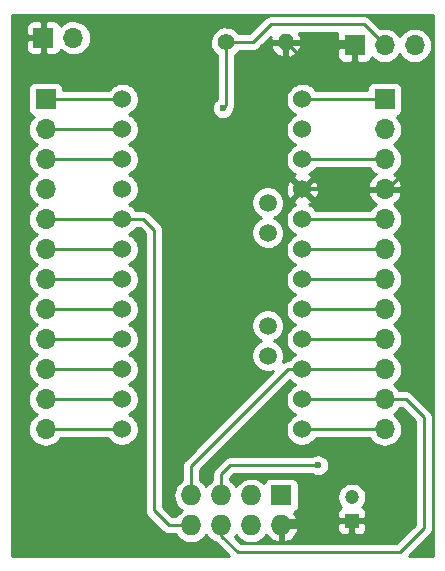
<source format=gtl>
G04 #@! TF.FileFunction,Copper,L1,Top,Signal*
%FSLAX46Y46*%
G04 Gerber Fmt 4.6, Leading zero omitted, Abs format (unit mm)*
G04 Created by KiCad (PCBNEW 4.0.6-e0-6349~53~ubuntu16.04.1) date Mon Jun 26 21:18:09 2017*
%MOMM*%
%LPD*%
G01*
G04 APERTURE LIST*
%ADD10C,0.200000*%
%ADD11C,1.524000*%
%ADD12C,1.500000*%
%ADD13R,1.700000X1.700000*%
%ADD14O,1.700000X1.700000*%
%ADD15R,1.200000X1.200000*%
%ADD16C,1.200000*%
%ADD17O,1.727200X1.727200*%
%ADD18R,1.727200X1.727200*%
%ADD19C,1.400000*%
%ADD20O,1.400000X1.400000*%
%ADD21C,0.600000*%
%ADD22C,0.300000*%
%ADD23C,0.250000*%
%ADD24C,0.254000*%
G04 APERTURE END LIST*
D10*
D11*
X132207000Y-65278000D03*
X132207000Y-67818000D03*
X132207000Y-70358000D03*
X132207000Y-72898000D03*
X132207000Y-75438000D03*
X132207000Y-77978000D03*
X132207000Y-80518000D03*
X132207000Y-83058000D03*
X132207000Y-85598000D03*
X132207000Y-88138000D03*
X132207000Y-90678000D03*
X132207000Y-93218000D03*
X147447000Y-65278000D03*
X147447000Y-67818000D03*
X147447000Y-70358000D03*
X147447000Y-72898000D03*
X147447000Y-75438000D03*
X147447000Y-77978000D03*
X147447000Y-80518000D03*
X147447000Y-83058000D03*
X147447000Y-85598000D03*
X147447000Y-88138000D03*
X147447000Y-90678000D03*
X147447000Y-93218000D03*
D12*
X144526000Y-74041000D03*
X144526000Y-76581000D03*
X144526000Y-84455000D03*
X144526000Y-86995000D03*
D13*
X125539500Y-60071000D03*
D14*
X128079500Y-60071000D03*
D15*
X151638000Y-100965000D03*
D16*
X151638000Y-98965000D03*
D13*
X125730000Y-65278000D03*
D14*
X125730000Y-67818000D03*
X125730000Y-70358000D03*
X125730000Y-72898000D03*
X125730000Y-75438000D03*
X125730000Y-77978000D03*
X125730000Y-80518000D03*
X125730000Y-83058000D03*
X125730000Y-85598000D03*
X125730000Y-88138000D03*
X125730000Y-90678000D03*
X125730000Y-93218000D03*
D13*
X151892000Y-60706000D03*
D14*
X154432000Y-60706000D03*
X156972000Y-60706000D03*
D13*
X154432000Y-65278000D03*
D14*
X154432000Y-67818000D03*
X154432000Y-70358000D03*
X154432000Y-72898000D03*
X154432000Y-75438000D03*
X154432000Y-77978000D03*
X154432000Y-80518000D03*
X154432000Y-83058000D03*
X154432000Y-85598000D03*
X154432000Y-88138000D03*
X154432000Y-90678000D03*
X154432000Y-93218000D03*
D17*
X138049000Y-98806000D03*
X138049000Y-101346000D03*
X140589000Y-98806000D03*
X140589000Y-101346000D03*
X143129000Y-98806000D03*
X143129000Y-101346000D03*
D18*
X145669000Y-98806000D03*
D17*
X145669000Y-101346000D03*
D19*
X140970000Y-60452000D03*
D20*
X146050000Y-60452000D03*
D21*
X155956000Y-101092000D03*
X140716000Y-66040000D03*
X148780500Y-96266000D03*
D22*
X154432000Y-72898000D02*
X154686000Y-72898000D01*
X154686000Y-72898000D02*
X156972000Y-70612000D01*
X148844000Y-63246000D02*
X146050000Y-60452000D01*
X155956000Y-63246000D02*
X148844000Y-63246000D01*
X156972000Y-64262000D02*
X155956000Y-63246000D01*
X156972000Y-70612000D02*
X156972000Y-64262000D01*
X146050000Y-60452000D02*
X151638000Y-60452000D01*
X151638000Y-60452000D02*
X151892000Y-60706000D01*
X125539500Y-60071000D02*
X125539500Y-61595000D01*
X145351500Y-70802500D02*
X147447000Y-72898000D01*
X143065500Y-70802500D02*
X145351500Y-70802500D01*
X135064500Y-62801500D02*
X143065500Y-70802500D01*
X126746000Y-62801500D02*
X135064500Y-62801500D01*
X125539500Y-61595000D02*
X126746000Y-62801500D01*
X151638000Y-100965000D02*
X155829000Y-100965000D01*
X155829000Y-100965000D02*
X155956000Y-101092000D01*
X147447000Y-72898000D02*
X147320000Y-72898000D01*
X151638000Y-100965000D02*
X146050000Y-100965000D01*
X146050000Y-100965000D02*
X145669000Y-101346000D01*
X147447000Y-72898000D02*
X154432000Y-72898000D01*
D23*
X132207000Y-65278000D02*
X125730000Y-65278000D01*
X132207000Y-67818000D02*
X125730000Y-67818000D01*
X132207000Y-70358000D02*
X125730000Y-70358000D01*
X147447000Y-70358000D02*
X154432000Y-70358000D01*
X138049000Y-101346000D02*
X136144000Y-101346000D01*
X133985000Y-75438000D02*
X132207000Y-75438000D01*
X134874000Y-76327000D02*
X133985000Y-75438000D01*
X134874000Y-100076000D02*
X134874000Y-76327000D01*
X136144000Y-101346000D02*
X134874000Y-100076000D01*
X132207000Y-75438000D02*
X125730000Y-75438000D01*
X132207000Y-77978000D02*
X125730000Y-77978000D01*
X140970000Y-65786000D02*
X140970000Y-60452000D01*
X140716000Y-66040000D02*
X140970000Y-65786000D01*
X140970000Y-60452000D02*
X143256000Y-60452000D01*
X143256000Y-60452000D02*
X144780000Y-58928000D01*
X144780000Y-58928000D02*
X152654000Y-58928000D01*
X152654000Y-58928000D02*
X154432000Y-60706000D01*
X132207000Y-80518000D02*
X125730000Y-80518000D01*
X132207000Y-83058000D02*
X125730000Y-83058000D01*
X132207000Y-85598000D02*
X125730000Y-85598000D01*
X132207000Y-88138000D02*
X125730000Y-88138000D01*
X132207000Y-90678000D02*
X125730000Y-90678000D01*
X132207000Y-93218000D02*
X125730000Y-93218000D01*
X147447000Y-65278000D02*
X154432000Y-65278000D01*
X147447000Y-75438000D02*
X154432000Y-75438000D01*
X147447000Y-77978000D02*
X154432000Y-77978000D01*
X147447000Y-80518000D02*
X154432000Y-80518000D01*
X147447000Y-83058000D02*
X154432000Y-83058000D01*
X140589000Y-98806000D02*
X140589000Y-97028000D01*
X141351000Y-96266000D02*
X148780500Y-96266000D01*
X140589000Y-97028000D02*
X141351000Y-96266000D01*
X147447000Y-85598000D02*
X154432000Y-85598000D01*
X138049000Y-98806000D02*
X138049000Y-96316800D01*
X146227800Y-88138000D02*
X147447000Y-88138000D01*
X138049000Y-96316800D02*
X146227800Y-88138000D01*
X147447000Y-88138000D02*
X154432000Y-88138000D01*
X140589000Y-101346000D02*
X140589000Y-102235000D01*
X156210000Y-90678000D02*
X154432000Y-90678000D01*
X157734000Y-92202000D02*
X156210000Y-90678000D01*
X157734000Y-101600000D02*
X157734000Y-92202000D01*
X155702000Y-103632000D02*
X157734000Y-101600000D01*
X141986000Y-103632000D02*
X155702000Y-103632000D01*
X140589000Y-102235000D02*
X141986000Y-103632000D01*
X147447000Y-90678000D02*
X154432000Y-90678000D01*
X147447000Y-93218000D02*
X154432000Y-93218000D01*
D24*
G36*
X158548000Y-103938000D02*
X156470802Y-103938000D01*
X158271401Y-102137401D01*
X158315968Y-102083145D01*
X158361086Y-102029375D01*
X158363011Y-102025874D01*
X158365548Y-102022785D01*
X158398713Y-101960933D01*
X158432543Y-101899396D01*
X158433752Y-101895584D01*
X158435639Y-101892065D01*
X158456152Y-101824969D01*
X158477392Y-101758013D01*
X158477838Y-101754041D01*
X158479006Y-101750219D01*
X158486103Y-101680351D01*
X158493926Y-101610611D01*
X158493980Y-101602806D01*
X158493996Y-101602653D01*
X158493982Y-101602510D01*
X158494000Y-101600000D01*
X158494000Y-92202000D01*
X158487144Y-92132073D01*
X158481030Y-92062197D01*
X158479916Y-92058364D01*
X158479526Y-92054382D01*
X158459224Y-91987138D01*
X158439649Y-91919760D01*
X158437810Y-91916212D01*
X158436655Y-91912387D01*
X158403691Y-91850390D01*
X158371389Y-91788074D01*
X158368897Y-91784953D01*
X158367020Y-91781422D01*
X158322641Y-91727007D01*
X158278852Y-91672154D01*
X158273369Y-91666594D01*
X158273274Y-91666478D01*
X158273166Y-91666389D01*
X158271401Y-91664599D01*
X156747401Y-90140599D01*
X156693145Y-90096032D01*
X156639375Y-90050914D01*
X156635874Y-90048989D01*
X156632785Y-90046452D01*
X156570933Y-90013287D01*
X156509396Y-89979457D01*
X156505584Y-89978248D01*
X156502065Y-89976361D01*
X156434969Y-89955848D01*
X156368013Y-89934608D01*
X156364041Y-89934162D01*
X156360219Y-89932994D01*
X156290351Y-89925897D01*
X156220611Y-89918074D01*
X156212806Y-89918020D01*
X156212653Y-89918004D01*
X156212510Y-89918018D01*
X156210000Y-89918000D01*
X155709556Y-89918000D01*
X155681780Y-89864869D01*
X155500177Y-89639000D01*
X155278161Y-89452706D01*
X155197753Y-89408502D01*
X155260971Y-89374888D01*
X155485567Y-89191713D01*
X155670306Y-88968401D01*
X155808152Y-88713461D01*
X155893854Y-88436601D01*
X155924149Y-88148367D01*
X155897882Y-87859739D01*
X155816053Y-87581709D01*
X155681780Y-87324869D01*
X155500177Y-87099000D01*
X155278161Y-86912706D01*
X155197753Y-86868502D01*
X155260971Y-86834888D01*
X155485567Y-86651713D01*
X155670306Y-86428401D01*
X155808152Y-86173461D01*
X155893854Y-85896601D01*
X155924149Y-85608367D01*
X155897882Y-85319739D01*
X155816053Y-85041709D01*
X155681780Y-84784869D01*
X155500177Y-84559000D01*
X155278161Y-84372706D01*
X155197753Y-84328502D01*
X155260971Y-84294888D01*
X155485567Y-84111713D01*
X155670306Y-83888401D01*
X155808152Y-83633461D01*
X155893854Y-83356601D01*
X155924149Y-83068367D01*
X155897882Y-82779739D01*
X155816053Y-82501709D01*
X155681780Y-82244869D01*
X155500177Y-82019000D01*
X155278161Y-81832706D01*
X155197753Y-81788502D01*
X155260971Y-81754888D01*
X155485567Y-81571713D01*
X155670306Y-81348401D01*
X155808152Y-81093461D01*
X155893854Y-80816601D01*
X155924149Y-80528367D01*
X155897882Y-80239739D01*
X155816053Y-79961709D01*
X155681780Y-79704869D01*
X155500177Y-79479000D01*
X155278161Y-79292706D01*
X155197753Y-79248502D01*
X155260971Y-79214888D01*
X155485567Y-79031713D01*
X155670306Y-78808401D01*
X155808152Y-78553461D01*
X155893854Y-78276601D01*
X155924149Y-77988367D01*
X155897882Y-77699739D01*
X155816053Y-77421709D01*
X155681780Y-77164869D01*
X155500177Y-76939000D01*
X155278161Y-76752706D01*
X155197753Y-76708502D01*
X155260971Y-76674888D01*
X155485567Y-76491713D01*
X155670306Y-76268401D01*
X155808152Y-76013461D01*
X155893854Y-75736601D01*
X155924149Y-75448367D01*
X155897882Y-75159739D01*
X155816053Y-74881709D01*
X155681780Y-74624869D01*
X155500177Y-74399000D01*
X155278161Y-74212706D01*
X155192111Y-74165400D01*
X155313355Y-74093178D01*
X155529588Y-73898269D01*
X155703641Y-73664920D01*
X155828825Y-73402099D01*
X155873476Y-73254890D01*
X155752155Y-73025000D01*
X154559000Y-73025000D01*
X154559000Y-73045000D01*
X154305000Y-73045000D01*
X154305000Y-73025000D01*
X153111845Y-73025000D01*
X152990524Y-73254890D01*
X153035175Y-73402099D01*
X153160359Y-73664920D01*
X153334412Y-73898269D01*
X153550645Y-74093178D01*
X153671090Y-74164923D01*
X153603029Y-74201112D01*
X153378433Y-74384287D01*
X153193694Y-74607599D01*
X153155628Y-74678000D01*
X148619358Y-74678000D01*
X148534835Y-74550783D01*
X148341790Y-74356385D01*
X148114662Y-74203185D01*
X148036731Y-74170426D01*
X148050023Y-74165636D01*
X148165980Y-74103656D01*
X148232960Y-73863565D01*
X147447000Y-73077605D01*
X146661040Y-73863565D01*
X146728020Y-74103656D01*
X146863054Y-74167153D01*
X146796644Y-74193984D01*
X146567399Y-74343997D01*
X146371658Y-74535681D01*
X146216877Y-74761734D01*
X146108950Y-75013546D01*
X146051989Y-75281524D01*
X146048164Y-75555464D01*
X146097620Y-75824928D01*
X146198474Y-76079655D01*
X146346883Y-76309942D01*
X146537196Y-76507016D01*
X146762163Y-76663372D01*
X146862700Y-76707296D01*
X146796644Y-76733984D01*
X146567399Y-76883997D01*
X146371658Y-77075681D01*
X146216877Y-77301734D01*
X146108950Y-77553546D01*
X146051989Y-77821524D01*
X146048164Y-78095464D01*
X146097620Y-78364928D01*
X146198474Y-78619655D01*
X146346883Y-78849942D01*
X146537196Y-79047016D01*
X146762163Y-79203372D01*
X146862700Y-79247296D01*
X146796644Y-79273984D01*
X146567399Y-79423997D01*
X146371658Y-79615681D01*
X146216877Y-79841734D01*
X146108950Y-80093546D01*
X146051989Y-80361524D01*
X146048164Y-80635464D01*
X146097620Y-80904928D01*
X146198474Y-81159655D01*
X146346883Y-81389942D01*
X146537196Y-81587016D01*
X146762163Y-81743372D01*
X146862700Y-81787296D01*
X146796644Y-81813984D01*
X146567399Y-81963997D01*
X146371658Y-82155681D01*
X146216877Y-82381734D01*
X146108950Y-82633546D01*
X146051989Y-82901524D01*
X146048164Y-83175464D01*
X146097620Y-83444928D01*
X146198474Y-83699655D01*
X146346883Y-83929942D01*
X146537196Y-84127016D01*
X146762163Y-84283372D01*
X146862700Y-84327296D01*
X146796644Y-84353984D01*
X146567399Y-84503997D01*
X146371658Y-84695681D01*
X146216877Y-84921734D01*
X146108950Y-85173546D01*
X146051989Y-85441524D01*
X146048164Y-85715464D01*
X146097620Y-85984928D01*
X146198474Y-86239655D01*
X146346883Y-86469942D01*
X146537196Y-86667016D01*
X146762163Y-86823372D01*
X146862700Y-86867296D01*
X146796644Y-86893984D01*
X146567399Y-87043997D01*
X146371658Y-87235681D01*
X146274211Y-87378000D01*
X146227800Y-87378000D01*
X146157919Y-87384852D01*
X146087997Y-87390969D01*
X146084159Y-87392084D01*
X146080182Y-87392474D01*
X146013012Y-87412754D01*
X145945561Y-87432350D01*
X145942010Y-87434191D01*
X145938187Y-87435345D01*
X145876226Y-87468290D01*
X145817969Y-87498488D01*
X145846552Y-87434289D01*
X145906727Y-87169426D01*
X145911059Y-86859194D01*
X145858303Y-86592754D01*
X145754799Y-86341636D01*
X145604491Y-86115404D01*
X145413104Y-85922676D01*
X145187927Y-85770792D01*
X145080362Y-85725576D01*
X145153487Y-85697213D01*
X145382817Y-85551675D01*
X145579511Y-85364366D01*
X145736077Y-85142419D01*
X145846552Y-84894289D01*
X145906727Y-84629426D01*
X145911059Y-84319194D01*
X145858303Y-84052754D01*
X145754799Y-83801636D01*
X145604491Y-83575404D01*
X145413104Y-83382676D01*
X145187927Y-83230792D01*
X144937537Y-83125538D01*
X144671472Y-83070923D01*
X144399867Y-83069027D01*
X144133065Y-83119922D01*
X143881230Y-83221670D01*
X143653955Y-83370395D01*
X143459895Y-83560432D01*
X143306443Y-83784543D01*
X143199444Y-84034192D01*
X143142972Y-84299869D01*
X143139180Y-84571455D01*
X143188211Y-84838605D01*
X143288198Y-85091144D01*
X143435333Y-85319452D01*
X143624011Y-85514834D01*
X143847045Y-85669847D01*
X143972664Y-85724728D01*
X143881230Y-85761670D01*
X143653955Y-85910395D01*
X143459895Y-86100432D01*
X143306443Y-86324543D01*
X143199444Y-86574192D01*
X143142972Y-86839869D01*
X143139180Y-87111455D01*
X143188211Y-87378605D01*
X143288198Y-87631144D01*
X143435333Y-87859452D01*
X143624011Y-88054834D01*
X143847045Y-88209847D01*
X144095941Y-88318586D01*
X144361217Y-88376911D01*
X144632770Y-88382599D01*
X144900256Y-88335434D01*
X144990610Y-88300388D01*
X137511599Y-95779399D01*
X137467032Y-95833655D01*
X137421914Y-95887425D01*
X137419989Y-95890926D01*
X137417452Y-95894015D01*
X137384287Y-95955867D01*
X137350457Y-96017404D01*
X137349248Y-96021216D01*
X137347361Y-96024735D01*
X137326848Y-96091831D01*
X137305608Y-96158787D01*
X137305162Y-96162759D01*
X137303994Y-96166581D01*
X137296897Y-96236449D01*
X137289074Y-96306189D01*
X137289020Y-96313994D01*
X137289004Y-96314147D01*
X137289018Y-96314290D01*
X137289000Y-96316800D01*
X137289000Y-97517074D01*
X137212436Y-97557784D01*
X136985784Y-97742637D01*
X136799353Y-97967994D01*
X136660245Y-98225269D01*
X136573758Y-98504665D01*
X136543186Y-98795538D01*
X136569693Y-99086810D01*
X136652271Y-99367385D01*
X136787774Y-99626578D01*
X136971040Y-99854515D01*
X137195089Y-100042515D01*
X137254724Y-100075299D01*
X137212436Y-100097784D01*
X136985784Y-100282637D01*
X136799353Y-100507994D01*
X136757175Y-100586000D01*
X136458802Y-100586000D01*
X135634000Y-99761198D01*
X135634000Y-76327000D01*
X135627148Y-76257119D01*
X135621031Y-76187197D01*
X135619916Y-76183359D01*
X135619526Y-76179382D01*
X135599246Y-76112212D01*
X135579650Y-76044761D01*
X135577809Y-76041210D01*
X135576655Y-76037387D01*
X135543697Y-75975401D01*
X135511390Y-75913075D01*
X135508897Y-75909952D01*
X135507020Y-75906422D01*
X135462645Y-75852013D01*
X135418852Y-75797154D01*
X135413369Y-75791594D01*
X135413274Y-75791478D01*
X135413166Y-75791389D01*
X135411401Y-75789599D01*
X134522401Y-74900599D01*
X134468145Y-74856032D01*
X134414375Y-74810914D01*
X134410874Y-74808989D01*
X134407785Y-74806452D01*
X134345933Y-74773287D01*
X134284396Y-74739457D01*
X134280584Y-74738248D01*
X134277065Y-74736361D01*
X134209969Y-74715848D01*
X134143013Y-74694608D01*
X134139041Y-74694162D01*
X134135219Y-74692994D01*
X134065351Y-74685897D01*
X133995611Y-74678074D01*
X133987806Y-74678020D01*
X133987653Y-74678004D01*
X133987510Y-74678018D01*
X133985000Y-74678000D01*
X133379358Y-74678000D01*
X133294835Y-74550783D01*
X133101790Y-74356385D01*
X132874662Y-74203185D01*
X132793393Y-74169023D01*
X132823216Y-74157455D01*
X143139180Y-74157455D01*
X143188211Y-74424605D01*
X143288198Y-74677144D01*
X143435333Y-74905452D01*
X143624011Y-75100834D01*
X143847045Y-75255847D01*
X143972664Y-75310728D01*
X143881230Y-75347670D01*
X143653955Y-75496395D01*
X143459895Y-75686432D01*
X143306443Y-75910543D01*
X143199444Y-76160192D01*
X143142972Y-76425869D01*
X143139180Y-76697455D01*
X143188211Y-76964605D01*
X143288198Y-77217144D01*
X143435333Y-77445452D01*
X143624011Y-77640834D01*
X143847045Y-77795847D01*
X144095941Y-77904586D01*
X144361217Y-77962911D01*
X144632770Y-77968599D01*
X144900256Y-77921434D01*
X145153487Y-77823213D01*
X145382817Y-77677675D01*
X145579511Y-77490366D01*
X145736077Y-77268419D01*
X145846552Y-77020289D01*
X145906727Y-76755426D01*
X145911059Y-76445194D01*
X145858303Y-76178754D01*
X145754799Y-75927636D01*
X145604491Y-75701404D01*
X145413104Y-75508676D01*
X145187927Y-75356792D01*
X145080362Y-75311576D01*
X145153487Y-75283213D01*
X145382817Y-75137675D01*
X145579511Y-74950366D01*
X145736077Y-74728419D01*
X145846552Y-74480289D01*
X145906727Y-74215426D01*
X145911059Y-73905194D01*
X145858303Y-73638754D01*
X145754799Y-73387636D01*
X145604491Y-73161404D01*
X145414436Y-72970017D01*
X146045090Y-72970017D01*
X146086078Y-73242133D01*
X146179364Y-73501023D01*
X146241344Y-73616980D01*
X146481435Y-73683960D01*
X147267395Y-72898000D01*
X147626605Y-72898000D01*
X148412565Y-73683960D01*
X148652656Y-73616980D01*
X148769756Y-73367952D01*
X148836023Y-73100865D01*
X148848910Y-72825983D01*
X148807922Y-72553867D01*
X148714636Y-72294977D01*
X148652656Y-72179020D01*
X148412565Y-72112040D01*
X147626605Y-72898000D01*
X147267395Y-72898000D01*
X146481435Y-72112040D01*
X146241344Y-72179020D01*
X146124244Y-72428048D01*
X146057977Y-72695135D01*
X146045090Y-72970017D01*
X145414436Y-72970017D01*
X145413104Y-72968676D01*
X145187927Y-72816792D01*
X144937537Y-72711538D01*
X144671472Y-72656923D01*
X144399867Y-72655027D01*
X144133065Y-72705922D01*
X143881230Y-72807670D01*
X143653955Y-72956395D01*
X143459895Y-73146432D01*
X143306443Y-73370543D01*
X143199444Y-73620192D01*
X143142972Y-73885869D01*
X143139180Y-74157455D01*
X132823216Y-74157455D01*
X132839923Y-74150975D01*
X133071240Y-74004177D01*
X133269639Y-73815245D01*
X133427561Y-73591375D01*
X133538993Y-73341095D01*
X133599690Y-73073938D01*
X133604059Y-72761017D01*
X133550846Y-72492269D01*
X133446446Y-72238975D01*
X133294835Y-72010783D01*
X133101790Y-71816385D01*
X132874662Y-71663185D01*
X132793393Y-71629023D01*
X132839923Y-71610975D01*
X133071240Y-71464177D01*
X133269639Y-71275245D01*
X133427561Y-71051375D01*
X133538993Y-70801095D01*
X133599690Y-70533938D01*
X133604059Y-70221017D01*
X133550846Y-69952269D01*
X133446446Y-69698975D01*
X133294835Y-69470783D01*
X133101790Y-69276385D01*
X132874662Y-69123185D01*
X132793393Y-69089023D01*
X132839923Y-69070975D01*
X133071240Y-68924177D01*
X133269639Y-68735245D01*
X133427561Y-68511375D01*
X133538993Y-68261095D01*
X133599690Y-67993938D01*
X133604059Y-67681017D01*
X133550846Y-67412269D01*
X133446446Y-67158975D01*
X133294835Y-66930783D01*
X133101790Y-66736385D01*
X132874662Y-66583185D01*
X132793393Y-66549023D01*
X132839923Y-66530975D01*
X133071240Y-66384177D01*
X133269639Y-66195245D01*
X133427561Y-65971375D01*
X133538993Y-65721095D01*
X133599690Y-65453938D01*
X133604059Y-65141017D01*
X133550846Y-64872269D01*
X133446446Y-64618975D01*
X133294835Y-64390783D01*
X133101790Y-64196385D01*
X132874662Y-64043185D01*
X132622103Y-63937019D01*
X132353733Y-63881931D01*
X132079774Y-63880018D01*
X131810661Y-63931354D01*
X131556644Y-64033984D01*
X131327399Y-64183997D01*
X131131658Y-64375681D01*
X131034211Y-64518000D01*
X127218072Y-64518000D01*
X127218072Y-64428000D01*
X127210008Y-64326879D01*
X127156894Y-64155366D01*
X127058100Y-64005441D01*
X126921450Y-63888975D01*
X126757763Y-63815190D01*
X126580000Y-63789928D01*
X124880000Y-63789928D01*
X124778879Y-63797992D01*
X124607366Y-63851106D01*
X124457441Y-63949900D01*
X124340975Y-64086550D01*
X124267190Y-64250237D01*
X124241928Y-64428000D01*
X124241928Y-66128000D01*
X124249992Y-66229121D01*
X124303106Y-66400634D01*
X124401900Y-66550559D01*
X124538550Y-66667025D01*
X124702237Y-66740810D01*
X124704776Y-66741171D01*
X124676433Y-66764287D01*
X124491694Y-66987599D01*
X124353848Y-67242539D01*
X124268146Y-67519399D01*
X124237851Y-67807633D01*
X124264118Y-68096261D01*
X124345947Y-68374291D01*
X124480220Y-68631131D01*
X124661823Y-68857000D01*
X124883839Y-69043294D01*
X124964247Y-69087498D01*
X124901029Y-69121112D01*
X124676433Y-69304287D01*
X124491694Y-69527599D01*
X124353848Y-69782539D01*
X124268146Y-70059399D01*
X124237851Y-70347633D01*
X124264118Y-70636261D01*
X124345947Y-70914291D01*
X124480220Y-71171131D01*
X124661823Y-71397000D01*
X124883839Y-71583294D01*
X124964247Y-71627498D01*
X124901029Y-71661112D01*
X124676433Y-71844287D01*
X124491694Y-72067599D01*
X124353848Y-72322539D01*
X124268146Y-72599399D01*
X124237851Y-72887633D01*
X124264118Y-73176261D01*
X124345947Y-73454291D01*
X124480220Y-73711131D01*
X124661823Y-73937000D01*
X124883839Y-74123294D01*
X124964247Y-74167498D01*
X124901029Y-74201112D01*
X124676433Y-74384287D01*
X124491694Y-74607599D01*
X124353848Y-74862539D01*
X124268146Y-75139399D01*
X124237851Y-75427633D01*
X124264118Y-75716261D01*
X124345947Y-75994291D01*
X124480220Y-76251131D01*
X124661823Y-76477000D01*
X124883839Y-76663294D01*
X124964247Y-76707498D01*
X124901029Y-76741112D01*
X124676433Y-76924287D01*
X124491694Y-77147599D01*
X124353848Y-77402539D01*
X124268146Y-77679399D01*
X124237851Y-77967633D01*
X124264118Y-78256261D01*
X124345947Y-78534291D01*
X124480220Y-78791131D01*
X124661823Y-79017000D01*
X124883839Y-79203294D01*
X124964247Y-79247498D01*
X124901029Y-79281112D01*
X124676433Y-79464287D01*
X124491694Y-79687599D01*
X124353848Y-79942539D01*
X124268146Y-80219399D01*
X124237851Y-80507633D01*
X124264118Y-80796261D01*
X124345947Y-81074291D01*
X124480220Y-81331131D01*
X124661823Y-81557000D01*
X124883839Y-81743294D01*
X124964247Y-81787498D01*
X124901029Y-81821112D01*
X124676433Y-82004287D01*
X124491694Y-82227599D01*
X124353848Y-82482539D01*
X124268146Y-82759399D01*
X124237851Y-83047633D01*
X124264118Y-83336261D01*
X124345947Y-83614291D01*
X124480220Y-83871131D01*
X124661823Y-84097000D01*
X124883839Y-84283294D01*
X124964247Y-84327498D01*
X124901029Y-84361112D01*
X124676433Y-84544287D01*
X124491694Y-84767599D01*
X124353848Y-85022539D01*
X124268146Y-85299399D01*
X124237851Y-85587633D01*
X124264118Y-85876261D01*
X124345947Y-86154291D01*
X124480220Y-86411131D01*
X124661823Y-86637000D01*
X124883839Y-86823294D01*
X124964247Y-86867498D01*
X124901029Y-86901112D01*
X124676433Y-87084287D01*
X124491694Y-87307599D01*
X124353848Y-87562539D01*
X124268146Y-87839399D01*
X124237851Y-88127633D01*
X124264118Y-88416261D01*
X124345947Y-88694291D01*
X124480220Y-88951131D01*
X124661823Y-89177000D01*
X124883839Y-89363294D01*
X124964247Y-89407498D01*
X124901029Y-89441112D01*
X124676433Y-89624287D01*
X124491694Y-89847599D01*
X124353848Y-90102539D01*
X124268146Y-90379399D01*
X124237851Y-90667633D01*
X124264118Y-90956261D01*
X124345947Y-91234291D01*
X124480220Y-91491131D01*
X124661823Y-91717000D01*
X124883839Y-91903294D01*
X124964247Y-91947498D01*
X124901029Y-91981112D01*
X124676433Y-92164287D01*
X124491694Y-92387599D01*
X124353848Y-92642539D01*
X124268146Y-92919399D01*
X124237851Y-93207633D01*
X124264118Y-93496261D01*
X124345947Y-93774291D01*
X124480220Y-94031131D01*
X124661823Y-94257000D01*
X124883839Y-94443294D01*
X125137811Y-94582916D01*
X125414066Y-94670549D01*
X125702081Y-94702855D01*
X125722815Y-94703000D01*
X125737185Y-94703000D01*
X126025623Y-94674718D01*
X126303075Y-94590951D01*
X126558971Y-94454888D01*
X126783567Y-94271713D01*
X126968306Y-94048401D01*
X127006372Y-93978000D01*
X131034742Y-93978000D01*
X131106883Y-94089942D01*
X131297196Y-94287016D01*
X131522163Y-94443372D01*
X131773215Y-94553054D01*
X132040789Y-94611884D01*
X132314695Y-94617622D01*
X132584499Y-94570048D01*
X132839923Y-94470975D01*
X133071240Y-94324177D01*
X133269639Y-94135245D01*
X133427561Y-93911375D01*
X133538993Y-93661095D01*
X133599690Y-93393938D01*
X133604059Y-93081017D01*
X133550846Y-92812269D01*
X133446446Y-92558975D01*
X133294835Y-92330783D01*
X133101790Y-92136385D01*
X132874662Y-91983185D01*
X132793393Y-91949023D01*
X132839923Y-91930975D01*
X133071240Y-91784177D01*
X133269639Y-91595245D01*
X133427561Y-91371375D01*
X133538993Y-91121095D01*
X133599690Y-90853938D01*
X133604059Y-90541017D01*
X133550846Y-90272269D01*
X133446446Y-90018975D01*
X133294835Y-89790783D01*
X133101790Y-89596385D01*
X132874662Y-89443185D01*
X132793393Y-89409023D01*
X132839923Y-89390975D01*
X133071240Y-89244177D01*
X133269639Y-89055245D01*
X133427561Y-88831375D01*
X133538993Y-88581095D01*
X133599690Y-88313938D01*
X133604059Y-88001017D01*
X133550846Y-87732269D01*
X133446446Y-87478975D01*
X133294835Y-87250783D01*
X133101790Y-87056385D01*
X132874662Y-86903185D01*
X132793393Y-86869023D01*
X132839923Y-86850975D01*
X133071240Y-86704177D01*
X133269639Y-86515245D01*
X133427561Y-86291375D01*
X133538993Y-86041095D01*
X133599690Y-85773938D01*
X133604059Y-85461017D01*
X133550846Y-85192269D01*
X133446446Y-84938975D01*
X133294835Y-84710783D01*
X133101790Y-84516385D01*
X132874662Y-84363185D01*
X132793393Y-84329023D01*
X132839923Y-84310975D01*
X133071240Y-84164177D01*
X133269639Y-83975245D01*
X133427561Y-83751375D01*
X133538993Y-83501095D01*
X133599690Y-83233938D01*
X133604059Y-82921017D01*
X133550846Y-82652269D01*
X133446446Y-82398975D01*
X133294835Y-82170783D01*
X133101790Y-81976385D01*
X132874662Y-81823185D01*
X132793393Y-81789023D01*
X132839923Y-81770975D01*
X133071240Y-81624177D01*
X133269639Y-81435245D01*
X133427561Y-81211375D01*
X133538993Y-80961095D01*
X133599690Y-80693938D01*
X133604059Y-80381017D01*
X133550846Y-80112269D01*
X133446446Y-79858975D01*
X133294835Y-79630783D01*
X133101790Y-79436385D01*
X132874662Y-79283185D01*
X132793393Y-79249023D01*
X132839923Y-79230975D01*
X133071240Y-79084177D01*
X133269639Y-78895245D01*
X133427561Y-78671375D01*
X133538993Y-78421095D01*
X133599690Y-78153938D01*
X133604059Y-77841017D01*
X133550846Y-77572269D01*
X133446446Y-77318975D01*
X133294835Y-77090783D01*
X133101790Y-76896385D01*
X132874662Y-76743185D01*
X132793393Y-76709023D01*
X132839923Y-76690975D01*
X133071240Y-76544177D01*
X133269639Y-76355245D01*
X133380563Y-76198000D01*
X133670198Y-76198000D01*
X134114000Y-76641802D01*
X134114000Y-100076000D01*
X134120851Y-100145877D01*
X134126969Y-100215803D01*
X134128084Y-100219641D01*
X134128474Y-100223618D01*
X134148764Y-100290821D01*
X134168351Y-100358240D01*
X134170190Y-100361788D01*
X134171345Y-100365613D01*
X134204299Y-100427591D01*
X134236610Y-100489925D01*
X134239103Y-100493048D01*
X134240980Y-100496578D01*
X134285355Y-100550987D01*
X134329148Y-100605846D01*
X134334631Y-100611406D01*
X134334726Y-100611522D01*
X134334834Y-100611611D01*
X134336599Y-100613401D01*
X135606599Y-101883401D01*
X135660855Y-101927968D01*
X135714625Y-101973086D01*
X135718126Y-101975011D01*
X135721215Y-101977548D01*
X135783067Y-102010713D01*
X135844604Y-102044543D01*
X135848416Y-102045752D01*
X135851935Y-102047639D01*
X135919031Y-102068152D01*
X135985987Y-102089392D01*
X135989959Y-102089838D01*
X135993781Y-102091006D01*
X136063605Y-102098098D01*
X136133389Y-102105926D01*
X136141204Y-102105981D01*
X136141347Y-102105995D01*
X136141480Y-102105982D01*
X136144000Y-102106000D01*
X136756105Y-102106000D01*
X136787774Y-102166578D01*
X136971040Y-102394515D01*
X137195089Y-102582515D01*
X137451388Y-102723416D01*
X137730173Y-102811852D01*
X138020825Y-102844454D01*
X138041749Y-102844600D01*
X138056251Y-102844600D01*
X138347331Y-102816059D01*
X138627323Y-102731525D01*
X138885564Y-102594216D01*
X139112216Y-102409363D01*
X139298647Y-102184006D01*
X139318088Y-102148051D01*
X139327774Y-102166578D01*
X139511040Y-102394515D01*
X139735089Y-102582515D01*
X139991388Y-102723416D01*
X140017751Y-102731779D01*
X140044148Y-102764846D01*
X140049631Y-102770406D01*
X140049726Y-102770522D01*
X140049834Y-102770611D01*
X140051599Y-102772401D01*
X141217198Y-103938000D01*
X122884000Y-103938000D01*
X122884000Y-60356750D01*
X124054500Y-60356750D01*
X124054500Y-60983542D01*
X124078903Y-61106223D01*
X124126770Y-61221785D01*
X124196263Y-61325789D01*
X124284711Y-61414237D01*
X124388715Y-61483730D01*
X124504277Y-61531597D01*
X124626958Y-61556000D01*
X125253750Y-61556000D01*
X125412500Y-61397250D01*
X125412500Y-60198000D01*
X124213250Y-60198000D01*
X124054500Y-60356750D01*
X122884000Y-60356750D01*
X122884000Y-59158458D01*
X124054500Y-59158458D01*
X124054500Y-59785250D01*
X124213250Y-59944000D01*
X125412500Y-59944000D01*
X125412500Y-58744750D01*
X125666500Y-58744750D01*
X125666500Y-59944000D01*
X125686500Y-59944000D01*
X125686500Y-60198000D01*
X125666500Y-60198000D01*
X125666500Y-61397250D01*
X125825250Y-61556000D01*
X126452042Y-61556000D01*
X126574723Y-61531597D01*
X126690285Y-61483730D01*
X126794289Y-61414237D01*
X126882737Y-61325789D01*
X126952230Y-61221785D01*
X127000097Y-61106223D01*
X127002201Y-61095647D01*
X127025787Y-61124567D01*
X127249099Y-61309306D01*
X127504039Y-61447152D01*
X127780899Y-61532854D01*
X128069133Y-61563149D01*
X128357761Y-61536882D01*
X128635791Y-61455053D01*
X128892631Y-61320780D01*
X129118500Y-61139177D01*
X129304794Y-60917161D01*
X129444416Y-60663189D01*
X129475801Y-60564250D01*
X139633246Y-60564250D01*
X139680507Y-60821756D01*
X139776884Y-61065178D01*
X139918707Y-61285244D01*
X140100574Y-61473572D01*
X140210000Y-61549625D01*
X140210000Y-65253669D01*
X140127291Y-65307793D01*
X139996283Y-65436086D01*
X139892689Y-65587381D01*
X139820454Y-65755916D01*
X139782331Y-65935272D01*
X139779771Y-66118617D01*
X139812872Y-66298968D01*
X139880372Y-66469454D01*
X139979701Y-66623583D01*
X140107076Y-66755484D01*
X140257644Y-66860131D01*
X140425671Y-66933540D01*
X140604757Y-66972915D01*
X140788079Y-66976755D01*
X140968657Y-66944914D01*
X141139610Y-66878606D01*
X141294429Y-66780355D01*
X141427215Y-66653904D01*
X141532911Y-66504070D01*
X141607492Y-66336560D01*
X141648116Y-66157754D01*
X141648620Y-66121635D01*
X141668543Y-66085396D01*
X141669752Y-66081584D01*
X141671639Y-66078065D01*
X141692152Y-66010969D01*
X141713392Y-65944013D01*
X141713838Y-65940041D01*
X141715006Y-65936219D01*
X141722098Y-65866395D01*
X141729926Y-65796611D01*
X141729981Y-65788796D01*
X141729995Y-65788653D01*
X141729982Y-65788520D01*
X141730000Y-65786000D01*
X141730000Y-65395464D01*
X146048164Y-65395464D01*
X146097620Y-65664928D01*
X146198474Y-65919655D01*
X146346883Y-66149942D01*
X146537196Y-66347016D01*
X146762163Y-66503372D01*
X146862700Y-66547296D01*
X146796644Y-66573984D01*
X146567399Y-66723997D01*
X146371658Y-66915681D01*
X146216877Y-67141734D01*
X146108950Y-67393546D01*
X146051989Y-67661524D01*
X146048164Y-67935464D01*
X146097620Y-68204928D01*
X146198474Y-68459655D01*
X146346883Y-68689942D01*
X146537196Y-68887016D01*
X146762163Y-69043372D01*
X146862700Y-69087296D01*
X146796644Y-69113984D01*
X146567399Y-69263997D01*
X146371658Y-69455681D01*
X146216877Y-69681734D01*
X146108950Y-69933546D01*
X146051989Y-70201524D01*
X146048164Y-70475464D01*
X146097620Y-70744928D01*
X146198474Y-70999655D01*
X146346883Y-71229942D01*
X146537196Y-71427016D01*
X146762163Y-71583372D01*
X146858086Y-71625280D01*
X146843977Y-71630364D01*
X146728020Y-71692344D01*
X146661040Y-71932435D01*
X147447000Y-72718395D01*
X148232960Y-71932435D01*
X148165980Y-71692344D01*
X148032257Y-71629464D01*
X148079923Y-71610975D01*
X148311240Y-71464177D01*
X148509639Y-71275245D01*
X148620563Y-71118000D01*
X153154444Y-71118000D01*
X153182220Y-71171131D01*
X153363823Y-71397000D01*
X153585839Y-71583294D01*
X153671889Y-71630600D01*
X153550645Y-71702822D01*
X153334412Y-71897731D01*
X153160359Y-72131080D01*
X153035175Y-72393901D01*
X152990524Y-72541110D01*
X153111845Y-72771000D01*
X154305000Y-72771000D01*
X154305000Y-72751000D01*
X154559000Y-72751000D01*
X154559000Y-72771000D01*
X155752155Y-72771000D01*
X155873476Y-72541110D01*
X155828825Y-72393901D01*
X155703641Y-72131080D01*
X155529588Y-71897731D01*
X155313355Y-71702822D01*
X155192910Y-71631077D01*
X155260971Y-71594888D01*
X155485567Y-71411713D01*
X155670306Y-71188401D01*
X155808152Y-70933461D01*
X155893854Y-70656601D01*
X155924149Y-70368367D01*
X155897882Y-70079739D01*
X155816053Y-69801709D01*
X155681780Y-69544869D01*
X155500177Y-69319000D01*
X155278161Y-69132706D01*
X155197753Y-69088502D01*
X155260971Y-69054888D01*
X155485567Y-68871713D01*
X155670306Y-68648401D01*
X155808152Y-68393461D01*
X155893854Y-68116601D01*
X155924149Y-67828367D01*
X155897882Y-67539739D01*
X155816053Y-67261709D01*
X155681780Y-67004869D01*
X155500177Y-66779000D01*
X155450349Y-66737189D01*
X155554634Y-66704894D01*
X155704559Y-66606100D01*
X155821025Y-66469450D01*
X155894810Y-66305763D01*
X155920072Y-66128000D01*
X155920072Y-64428000D01*
X155912008Y-64326879D01*
X155858894Y-64155366D01*
X155760100Y-64005441D01*
X155623450Y-63888975D01*
X155459763Y-63815190D01*
X155282000Y-63789928D01*
X153582000Y-63789928D01*
X153480879Y-63797992D01*
X153309366Y-63851106D01*
X153159441Y-63949900D01*
X153042975Y-64086550D01*
X152969190Y-64250237D01*
X152943928Y-64428000D01*
X152943928Y-64518000D01*
X148619358Y-64518000D01*
X148534835Y-64390783D01*
X148341790Y-64196385D01*
X148114662Y-64043185D01*
X147862103Y-63937019D01*
X147593733Y-63881931D01*
X147319774Y-63880018D01*
X147050661Y-63931354D01*
X146796644Y-64033984D01*
X146567399Y-64183997D01*
X146371658Y-64375681D01*
X146216877Y-64601734D01*
X146108950Y-64853546D01*
X146051989Y-65121524D01*
X146048164Y-65395464D01*
X141730000Y-65395464D01*
X141730000Y-61550896D01*
X141795885Y-61509084D01*
X141985478Y-61328537D01*
X142067686Y-61212000D01*
X143256000Y-61212000D01*
X143325877Y-61205149D01*
X143395803Y-61199031D01*
X143399641Y-61197916D01*
X143403618Y-61197526D01*
X143470821Y-61177236D01*
X143538240Y-61157649D01*
X143541788Y-61155810D01*
X143545613Y-61154655D01*
X143607591Y-61121701D01*
X143669925Y-61089390D01*
X143673048Y-61086897D01*
X143676578Y-61085020D01*
X143730987Y-61040645D01*
X143785846Y-60996852D01*
X143791406Y-60991369D01*
X143791522Y-60991274D01*
X143791611Y-60991166D01*
X143793401Y-60989401D01*
X143997473Y-60785329D01*
X144757284Y-60785329D01*
X144789953Y-60893044D01*
X144900208Y-61130392D01*
X145054649Y-61341670D01*
X145247340Y-61518759D01*
X145470877Y-61654853D01*
X145716670Y-61744722D01*
X145923000Y-61622201D01*
X145923000Y-60579000D01*
X146177000Y-60579000D01*
X146177000Y-61622201D01*
X146383330Y-61744722D01*
X146629123Y-61654853D01*
X146852660Y-61518759D01*
X147045351Y-61341670D01*
X147199792Y-61130392D01*
X147264195Y-60991750D01*
X150407000Y-60991750D01*
X150407000Y-61618542D01*
X150431403Y-61741223D01*
X150479270Y-61856785D01*
X150548763Y-61960789D01*
X150637211Y-62049237D01*
X150741215Y-62118730D01*
X150856777Y-62166597D01*
X150979458Y-62191000D01*
X151606250Y-62191000D01*
X151765000Y-62032250D01*
X151765000Y-60833000D01*
X150565750Y-60833000D01*
X150407000Y-60991750D01*
X147264195Y-60991750D01*
X147310047Y-60893044D01*
X147342716Y-60785329D01*
X147219374Y-60579000D01*
X146177000Y-60579000D01*
X145923000Y-60579000D01*
X144880626Y-60579000D01*
X144757284Y-60785329D01*
X143997473Y-60785329D01*
X144805661Y-59977141D01*
X144789953Y-60010956D01*
X144757284Y-60118671D01*
X144880626Y-60325000D01*
X145923000Y-60325000D01*
X145923000Y-60305000D01*
X146177000Y-60305000D01*
X146177000Y-60325000D01*
X147219374Y-60325000D01*
X147342716Y-60118671D01*
X147310047Y-60010956D01*
X147199792Y-59773608D01*
X147137214Y-59688000D01*
X150427977Y-59688000D01*
X150407000Y-59793458D01*
X150407000Y-60420250D01*
X150565750Y-60579000D01*
X151765000Y-60579000D01*
X151765000Y-60559000D01*
X152019000Y-60559000D01*
X152019000Y-60579000D01*
X152039000Y-60579000D01*
X152039000Y-60833000D01*
X152019000Y-60833000D01*
X152019000Y-62032250D01*
X152177750Y-62191000D01*
X152804542Y-62191000D01*
X152927223Y-62166597D01*
X153042785Y-62118730D01*
X153146789Y-62049237D01*
X153235237Y-61960789D01*
X153304730Y-61856785D01*
X153352597Y-61741223D01*
X153354701Y-61730647D01*
X153378287Y-61759567D01*
X153601599Y-61944306D01*
X153856539Y-62082152D01*
X154133399Y-62167854D01*
X154421633Y-62198149D01*
X154710261Y-62171882D01*
X154988291Y-62090053D01*
X155245131Y-61955780D01*
X155471000Y-61774177D01*
X155657294Y-61552161D01*
X155701498Y-61471753D01*
X155735112Y-61534971D01*
X155918287Y-61759567D01*
X156141599Y-61944306D01*
X156396539Y-62082152D01*
X156673399Y-62167854D01*
X156961633Y-62198149D01*
X157250261Y-62171882D01*
X157528291Y-62090053D01*
X157785131Y-61955780D01*
X158011000Y-61774177D01*
X158197294Y-61552161D01*
X158336916Y-61298189D01*
X158424549Y-61021934D01*
X158456855Y-60733919D01*
X158457000Y-60713185D01*
X158457000Y-60698815D01*
X158428718Y-60410377D01*
X158344951Y-60132925D01*
X158208888Y-59877029D01*
X158025713Y-59652433D01*
X157802401Y-59467694D01*
X157547461Y-59329848D01*
X157270601Y-59244146D01*
X156982367Y-59213851D01*
X156693739Y-59240118D01*
X156415709Y-59321947D01*
X156158869Y-59456220D01*
X155933000Y-59637823D01*
X155746706Y-59859839D01*
X155702502Y-59940247D01*
X155668888Y-59877029D01*
X155485713Y-59652433D01*
X155262401Y-59467694D01*
X155007461Y-59329848D01*
X154730601Y-59244146D01*
X154442367Y-59213851D01*
X154153739Y-59240118D01*
X154066574Y-59265772D01*
X153191401Y-58390599D01*
X153137145Y-58346032D01*
X153083375Y-58300914D01*
X153079874Y-58298989D01*
X153076785Y-58296452D01*
X153014933Y-58263287D01*
X152953396Y-58229457D01*
X152949584Y-58228248D01*
X152946065Y-58226361D01*
X152878969Y-58205848D01*
X152812013Y-58184608D01*
X152808041Y-58184162D01*
X152804219Y-58182994D01*
X152734351Y-58175897D01*
X152664611Y-58168074D01*
X152656806Y-58168020D01*
X152656653Y-58168004D01*
X152656510Y-58168018D01*
X152654000Y-58168000D01*
X144780000Y-58168000D01*
X144710073Y-58174856D01*
X144640197Y-58180970D01*
X144636364Y-58182084D01*
X144632382Y-58182474D01*
X144565138Y-58202776D01*
X144497760Y-58222351D01*
X144494212Y-58224190D01*
X144490387Y-58225345D01*
X144428390Y-58258309D01*
X144366074Y-58290611D01*
X144362953Y-58293103D01*
X144359422Y-58294980D01*
X144305007Y-58339359D01*
X144250154Y-58383148D01*
X144244594Y-58388631D01*
X144244478Y-58388726D01*
X144244389Y-58388834D01*
X144242599Y-58390599D01*
X142941198Y-59692000D01*
X142067918Y-59692000D01*
X142009556Y-59604159D01*
X141825078Y-59418388D01*
X141608030Y-59271988D01*
X141366680Y-59170533D01*
X141110221Y-59117890D01*
X140848420Y-59116062D01*
X140591251Y-59165120D01*
X140348507Y-59263194D01*
X140129437Y-59406550D01*
X139942383Y-59589727D01*
X139794471Y-59805747D01*
X139691334Y-60046383D01*
X139636901Y-60302469D01*
X139633246Y-60564250D01*
X129475801Y-60564250D01*
X129532049Y-60386934D01*
X129564355Y-60098919D01*
X129564500Y-60078185D01*
X129564500Y-60063815D01*
X129536218Y-59775377D01*
X129452451Y-59497925D01*
X129316388Y-59242029D01*
X129133213Y-59017433D01*
X128909901Y-58832694D01*
X128654961Y-58694848D01*
X128378101Y-58609146D01*
X128089867Y-58578851D01*
X127801239Y-58605118D01*
X127523209Y-58686947D01*
X127266369Y-58821220D01*
X127040500Y-59002823D01*
X127002541Y-59048061D01*
X127000097Y-59035777D01*
X126952230Y-58920215D01*
X126882737Y-58816211D01*
X126794289Y-58727763D01*
X126690285Y-58658270D01*
X126574723Y-58610403D01*
X126452042Y-58586000D01*
X125825250Y-58586000D01*
X125666500Y-58744750D01*
X125412500Y-58744750D01*
X125253750Y-58586000D01*
X124626958Y-58586000D01*
X124504277Y-58610403D01*
X124388715Y-58658270D01*
X124284711Y-58727763D01*
X124196263Y-58816211D01*
X124126770Y-58920215D01*
X124078903Y-59035777D01*
X124054500Y-59158458D01*
X122884000Y-59158458D01*
X122884000Y-58114000D01*
X158548000Y-58114000D01*
X158548000Y-103938000D01*
X158548000Y-103938000D01*
G37*
X158548000Y-103938000D02*
X156470802Y-103938000D01*
X158271401Y-102137401D01*
X158315968Y-102083145D01*
X158361086Y-102029375D01*
X158363011Y-102025874D01*
X158365548Y-102022785D01*
X158398713Y-101960933D01*
X158432543Y-101899396D01*
X158433752Y-101895584D01*
X158435639Y-101892065D01*
X158456152Y-101824969D01*
X158477392Y-101758013D01*
X158477838Y-101754041D01*
X158479006Y-101750219D01*
X158486103Y-101680351D01*
X158493926Y-101610611D01*
X158493980Y-101602806D01*
X158493996Y-101602653D01*
X158493982Y-101602510D01*
X158494000Y-101600000D01*
X158494000Y-92202000D01*
X158487144Y-92132073D01*
X158481030Y-92062197D01*
X158479916Y-92058364D01*
X158479526Y-92054382D01*
X158459224Y-91987138D01*
X158439649Y-91919760D01*
X158437810Y-91916212D01*
X158436655Y-91912387D01*
X158403691Y-91850390D01*
X158371389Y-91788074D01*
X158368897Y-91784953D01*
X158367020Y-91781422D01*
X158322641Y-91727007D01*
X158278852Y-91672154D01*
X158273369Y-91666594D01*
X158273274Y-91666478D01*
X158273166Y-91666389D01*
X158271401Y-91664599D01*
X156747401Y-90140599D01*
X156693145Y-90096032D01*
X156639375Y-90050914D01*
X156635874Y-90048989D01*
X156632785Y-90046452D01*
X156570933Y-90013287D01*
X156509396Y-89979457D01*
X156505584Y-89978248D01*
X156502065Y-89976361D01*
X156434969Y-89955848D01*
X156368013Y-89934608D01*
X156364041Y-89934162D01*
X156360219Y-89932994D01*
X156290351Y-89925897D01*
X156220611Y-89918074D01*
X156212806Y-89918020D01*
X156212653Y-89918004D01*
X156212510Y-89918018D01*
X156210000Y-89918000D01*
X155709556Y-89918000D01*
X155681780Y-89864869D01*
X155500177Y-89639000D01*
X155278161Y-89452706D01*
X155197753Y-89408502D01*
X155260971Y-89374888D01*
X155485567Y-89191713D01*
X155670306Y-88968401D01*
X155808152Y-88713461D01*
X155893854Y-88436601D01*
X155924149Y-88148367D01*
X155897882Y-87859739D01*
X155816053Y-87581709D01*
X155681780Y-87324869D01*
X155500177Y-87099000D01*
X155278161Y-86912706D01*
X155197753Y-86868502D01*
X155260971Y-86834888D01*
X155485567Y-86651713D01*
X155670306Y-86428401D01*
X155808152Y-86173461D01*
X155893854Y-85896601D01*
X155924149Y-85608367D01*
X155897882Y-85319739D01*
X155816053Y-85041709D01*
X155681780Y-84784869D01*
X155500177Y-84559000D01*
X155278161Y-84372706D01*
X155197753Y-84328502D01*
X155260971Y-84294888D01*
X155485567Y-84111713D01*
X155670306Y-83888401D01*
X155808152Y-83633461D01*
X155893854Y-83356601D01*
X155924149Y-83068367D01*
X155897882Y-82779739D01*
X155816053Y-82501709D01*
X155681780Y-82244869D01*
X155500177Y-82019000D01*
X155278161Y-81832706D01*
X155197753Y-81788502D01*
X155260971Y-81754888D01*
X155485567Y-81571713D01*
X155670306Y-81348401D01*
X155808152Y-81093461D01*
X155893854Y-80816601D01*
X155924149Y-80528367D01*
X155897882Y-80239739D01*
X155816053Y-79961709D01*
X155681780Y-79704869D01*
X155500177Y-79479000D01*
X155278161Y-79292706D01*
X155197753Y-79248502D01*
X155260971Y-79214888D01*
X155485567Y-79031713D01*
X155670306Y-78808401D01*
X155808152Y-78553461D01*
X155893854Y-78276601D01*
X155924149Y-77988367D01*
X155897882Y-77699739D01*
X155816053Y-77421709D01*
X155681780Y-77164869D01*
X155500177Y-76939000D01*
X155278161Y-76752706D01*
X155197753Y-76708502D01*
X155260971Y-76674888D01*
X155485567Y-76491713D01*
X155670306Y-76268401D01*
X155808152Y-76013461D01*
X155893854Y-75736601D01*
X155924149Y-75448367D01*
X155897882Y-75159739D01*
X155816053Y-74881709D01*
X155681780Y-74624869D01*
X155500177Y-74399000D01*
X155278161Y-74212706D01*
X155192111Y-74165400D01*
X155313355Y-74093178D01*
X155529588Y-73898269D01*
X155703641Y-73664920D01*
X155828825Y-73402099D01*
X155873476Y-73254890D01*
X155752155Y-73025000D01*
X154559000Y-73025000D01*
X154559000Y-73045000D01*
X154305000Y-73045000D01*
X154305000Y-73025000D01*
X153111845Y-73025000D01*
X152990524Y-73254890D01*
X153035175Y-73402099D01*
X153160359Y-73664920D01*
X153334412Y-73898269D01*
X153550645Y-74093178D01*
X153671090Y-74164923D01*
X153603029Y-74201112D01*
X153378433Y-74384287D01*
X153193694Y-74607599D01*
X153155628Y-74678000D01*
X148619358Y-74678000D01*
X148534835Y-74550783D01*
X148341790Y-74356385D01*
X148114662Y-74203185D01*
X148036731Y-74170426D01*
X148050023Y-74165636D01*
X148165980Y-74103656D01*
X148232960Y-73863565D01*
X147447000Y-73077605D01*
X146661040Y-73863565D01*
X146728020Y-74103656D01*
X146863054Y-74167153D01*
X146796644Y-74193984D01*
X146567399Y-74343997D01*
X146371658Y-74535681D01*
X146216877Y-74761734D01*
X146108950Y-75013546D01*
X146051989Y-75281524D01*
X146048164Y-75555464D01*
X146097620Y-75824928D01*
X146198474Y-76079655D01*
X146346883Y-76309942D01*
X146537196Y-76507016D01*
X146762163Y-76663372D01*
X146862700Y-76707296D01*
X146796644Y-76733984D01*
X146567399Y-76883997D01*
X146371658Y-77075681D01*
X146216877Y-77301734D01*
X146108950Y-77553546D01*
X146051989Y-77821524D01*
X146048164Y-78095464D01*
X146097620Y-78364928D01*
X146198474Y-78619655D01*
X146346883Y-78849942D01*
X146537196Y-79047016D01*
X146762163Y-79203372D01*
X146862700Y-79247296D01*
X146796644Y-79273984D01*
X146567399Y-79423997D01*
X146371658Y-79615681D01*
X146216877Y-79841734D01*
X146108950Y-80093546D01*
X146051989Y-80361524D01*
X146048164Y-80635464D01*
X146097620Y-80904928D01*
X146198474Y-81159655D01*
X146346883Y-81389942D01*
X146537196Y-81587016D01*
X146762163Y-81743372D01*
X146862700Y-81787296D01*
X146796644Y-81813984D01*
X146567399Y-81963997D01*
X146371658Y-82155681D01*
X146216877Y-82381734D01*
X146108950Y-82633546D01*
X146051989Y-82901524D01*
X146048164Y-83175464D01*
X146097620Y-83444928D01*
X146198474Y-83699655D01*
X146346883Y-83929942D01*
X146537196Y-84127016D01*
X146762163Y-84283372D01*
X146862700Y-84327296D01*
X146796644Y-84353984D01*
X146567399Y-84503997D01*
X146371658Y-84695681D01*
X146216877Y-84921734D01*
X146108950Y-85173546D01*
X146051989Y-85441524D01*
X146048164Y-85715464D01*
X146097620Y-85984928D01*
X146198474Y-86239655D01*
X146346883Y-86469942D01*
X146537196Y-86667016D01*
X146762163Y-86823372D01*
X146862700Y-86867296D01*
X146796644Y-86893984D01*
X146567399Y-87043997D01*
X146371658Y-87235681D01*
X146274211Y-87378000D01*
X146227800Y-87378000D01*
X146157919Y-87384852D01*
X146087997Y-87390969D01*
X146084159Y-87392084D01*
X146080182Y-87392474D01*
X146013012Y-87412754D01*
X145945561Y-87432350D01*
X145942010Y-87434191D01*
X145938187Y-87435345D01*
X145876226Y-87468290D01*
X145817969Y-87498488D01*
X145846552Y-87434289D01*
X145906727Y-87169426D01*
X145911059Y-86859194D01*
X145858303Y-86592754D01*
X145754799Y-86341636D01*
X145604491Y-86115404D01*
X145413104Y-85922676D01*
X145187927Y-85770792D01*
X145080362Y-85725576D01*
X145153487Y-85697213D01*
X145382817Y-85551675D01*
X145579511Y-85364366D01*
X145736077Y-85142419D01*
X145846552Y-84894289D01*
X145906727Y-84629426D01*
X145911059Y-84319194D01*
X145858303Y-84052754D01*
X145754799Y-83801636D01*
X145604491Y-83575404D01*
X145413104Y-83382676D01*
X145187927Y-83230792D01*
X144937537Y-83125538D01*
X144671472Y-83070923D01*
X144399867Y-83069027D01*
X144133065Y-83119922D01*
X143881230Y-83221670D01*
X143653955Y-83370395D01*
X143459895Y-83560432D01*
X143306443Y-83784543D01*
X143199444Y-84034192D01*
X143142972Y-84299869D01*
X143139180Y-84571455D01*
X143188211Y-84838605D01*
X143288198Y-85091144D01*
X143435333Y-85319452D01*
X143624011Y-85514834D01*
X143847045Y-85669847D01*
X143972664Y-85724728D01*
X143881230Y-85761670D01*
X143653955Y-85910395D01*
X143459895Y-86100432D01*
X143306443Y-86324543D01*
X143199444Y-86574192D01*
X143142972Y-86839869D01*
X143139180Y-87111455D01*
X143188211Y-87378605D01*
X143288198Y-87631144D01*
X143435333Y-87859452D01*
X143624011Y-88054834D01*
X143847045Y-88209847D01*
X144095941Y-88318586D01*
X144361217Y-88376911D01*
X144632770Y-88382599D01*
X144900256Y-88335434D01*
X144990610Y-88300388D01*
X137511599Y-95779399D01*
X137467032Y-95833655D01*
X137421914Y-95887425D01*
X137419989Y-95890926D01*
X137417452Y-95894015D01*
X137384287Y-95955867D01*
X137350457Y-96017404D01*
X137349248Y-96021216D01*
X137347361Y-96024735D01*
X137326848Y-96091831D01*
X137305608Y-96158787D01*
X137305162Y-96162759D01*
X137303994Y-96166581D01*
X137296897Y-96236449D01*
X137289074Y-96306189D01*
X137289020Y-96313994D01*
X137289004Y-96314147D01*
X137289018Y-96314290D01*
X137289000Y-96316800D01*
X137289000Y-97517074D01*
X137212436Y-97557784D01*
X136985784Y-97742637D01*
X136799353Y-97967994D01*
X136660245Y-98225269D01*
X136573758Y-98504665D01*
X136543186Y-98795538D01*
X136569693Y-99086810D01*
X136652271Y-99367385D01*
X136787774Y-99626578D01*
X136971040Y-99854515D01*
X137195089Y-100042515D01*
X137254724Y-100075299D01*
X137212436Y-100097784D01*
X136985784Y-100282637D01*
X136799353Y-100507994D01*
X136757175Y-100586000D01*
X136458802Y-100586000D01*
X135634000Y-99761198D01*
X135634000Y-76327000D01*
X135627148Y-76257119D01*
X135621031Y-76187197D01*
X135619916Y-76183359D01*
X135619526Y-76179382D01*
X135599246Y-76112212D01*
X135579650Y-76044761D01*
X135577809Y-76041210D01*
X135576655Y-76037387D01*
X135543697Y-75975401D01*
X135511390Y-75913075D01*
X135508897Y-75909952D01*
X135507020Y-75906422D01*
X135462645Y-75852013D01*
X135418852Y-75797154D01*
X135413369Y-75791594D01*
X135413274Y-75791478D01*
X135413166Y-75791389D01*
X135411401Y-75789599D01*
X134522401Y-74900599D01*
X134468145Y-74856032D01*
X134414375Y-74810914D01*
X134410874Y-74808989D01*
X134407785Y-74806452D01*
X134345933Y-74773287D01*
X134284396Y-74739457D01*
X134280584Y-74738248D01*
X134277065Y-74736361D01*
X134209969Y-74715848D01*
X134143013Y-74694608D01*
X134139041Y-74694162D01*
X134135219Y-74692994D01*
X134065351Y-74685897D01*
X133995611Y-74678074D01*
X133987806Y-74678020D01*
X133987653Y-74678004D01*
X133987510Y-74678018D01*
X133985000Y-74678000D01*
X133379358Y-74678000D01*
X133294835Y-74550783D01*
X133101790Y-74356385D01*
X132874662Y-74203185D01*
X132793393Y-74169023D01*
X132823216Y-74157455D01*
X143139180Y-74157455D01*
X143188211Y-74424605D01*
X143288198Y-74677144D01*
X143435333Y-74905452D01*
X143624011Y-75100834D01*
X143847045Y-75255847D01*
X143972664Y-75310728D01*
X143881230Y-75347670D01*
X143653955Y-75496395D01*
X143459895Y-75686432D01*
X143306443Y-75910543D01*
X143199444Y-76160192D01*
X143142972Y-76425869D01*
X143139180Y-76697455D01*
X143188211Y-76964605D01*
X143288198Y-77217144D01*
X143435333Y-77445452D01*
X143624011Y-77640834D01*
X143847045Y-77795847D01*
X144095941Y-77904586D01*
X144361217Y-77962911D01*
X144632770Y-77968599D01*
X144900256Y-77921434D01*
X145153487Y-77823213D01*
X145382817Y-77677675D01*
X145579511Y-77490366D01*
X145736077Y-77268419D01*
X145846552Y-77020289D01*
X145906727Y-76755426D01*
X145911059Y-76445194D01*
X145858303Y-76178754D01*
X145754799Y-75927636D01*
X145604491Y-75701404D01*
X145413104Y-75508676D01*
X145187927Y-75356792D01*
X145080362Y-75311576D01*
X145153487Y-75283213D01*
X145382817Y-75137675D01*
X145579511Y-74950366D01*
X145736077Y-74728419D01*
X145846552Y-74480289D01*
X145906727Y-74215426D01*
X145911059Y-73905194D01*
X145858303Y-73638754D01*
X145754799Y-73387636D01*
X145604491Y-73161404D01*
X145414436Y-72970017D01*
X146045090Y-72970017D01*
X146086078Y-73242133D01*
X146179364Y-73501023D01*
X146241344Y-73616980D01*
X146481435Y-73683960D01*
X147267395Y-72898000D01*
X147626605Y-72898000D01*
X148412565Y-73683960D01*
X148652656Y-73616980D01*
X148769756Y-73367952D01*
X148836023Y-73100865D01*
X148848910Y-72825983D01*
X148807922Y-72553867D01*
X148714636Y-72294977D01*
X148652656Y-72179020D01*
X148412565Y-72112040D01*
X147626605Y-72898000D01*
X147267395Y-72898000D01*
X146481435Y-72112040D01*
X146241344Y-72179020D01*
X146124244Y-72428048D01*
X146057977Y-72695135D01*
X146045090Y-72970017D01*
X145414436Y-72970017D01*
X145413104Y-72968676D01*
X145187927Y-72816792D01*
X144937537Y-72711538D01*
X144671472Y-72656923D01*
X144399867Y-72655027D01*
X144133065Y-72705922D01*
X143881230Y-72807670D01*
X143653955Y-72956395D01*
X143459895Y-73146432D01*
X143306443Y-73370543D01*
X143199444Y-73620192D01*
X143142972Y-73885869D01*
X143139180Y-74157455D01*
X132823216Y-74157455D01*
X132839923Y-74150975D01*
X133071240Y-74004177D01*
X133269639Y-73815245D01*
X133427561Y-73591375D01*
X133538993Y-73341095D01*
X133599690Y-73073938D01*
X133604059Y-72761017D01*
X133550846Y-72492269D01*
X133446446Y-72238975D01*
X133294835Y-72010783D01*
X133101790Y-71816385D01*
X132874662Y-71663185D01*
X132793393Y-71629023D01*
X132839923Y-71610975D01*
X133071240Y-71464177D01*
X133269639Y-71275245D01*
X133427561Y-71051375D01*
X133538993Y-70801095D01*
X133599690Y-70533938D01*
X133604059Y-70221017D01*
X133550846Y-69952269D01*
X133446446Y-69698975D01*
X133294835Y-69470783D01*
X133101790Y-69276385D01*
X132874662Y-69123185D01*
X132793393Y-69089023D01*
X132839923Y-69070975D01*
X133071240Y-68924177D01*
X133269639Y-68735245D01*
X133427561Y-68511375D01*
X133538993Y-68261095D01*
X133599690Y-67993938D01*
X133604059Y-67681017D01*
X133550846Y-67412269D01*
X133446446Y-67158975D01*
X133294835Y-66930783D01*
X133101790Y-66736385D01*
X132874662Y-66583185D01*
X132793393Y-66549023D01*
X132839923Y-66530975D01*
X133071240Y-66384177D01*
X133269639Y-66195245D01*
X133427561Y-65971375D01*
X133538993Y-65721095D01*
X133599690Y-65453938D01*
X133604059Y-65141017D01*
X133550846Y-64872269D01*
X133446446Y-64618975D01*
X133294835Y-64390783D01*
X133101790Y-64196385D01*
X132874662Y-64043185D01*
X132622103Y-63937019D01*
X132353733Y-63881931D01*
X132079774Y-63880018D01*
X131810661Y-63931354D01*
X131556644Y-64033984D01*
X131327399Y-64183997D01*
X131131658Y-64375681D01*
X131034211Y-64518000D01*
X127218072Y-64518000D01*
X127218072Y-64428000D01*
X127210008Y-64326879D01*
X127156894Y-64155366D01*
X127058100Y-64005441D01*
X126921450Y-63888975D01*
X126757763Y-63815190D01*
X126580000Y-63789928D01*
X124880000Y-63789928D01*
X124778879Y-63797992D01*
X124607366Y-63851106D01*
X124457441Y-63949900D01*
X124340975Y-64086550D01*
X124267190Y-64250237D01*
X124241928Y-64428000D01*
X124241928Y-66128000D01*
X124249992Y-66229121D01*
X124303106Y-66400634D01*
X124401900Y-66550559D01*
X124538550Y-66667025D01*
X124702237Y-66740810D01*
X124704776Y-66741171D01*
X124676433Y-66764287D01*
X124491694Y-66987599D01*
X124353848Y-67242539D01*
X124268146Y-67519399D01*
X124237851Y-67807633D01*
X124264118Y-68096261D01*
X124345947Y-68374291D01*
X124480220Y-68631131D01*
X124661823Y-68857000D01*
X124883839Y-69043294D01*
X124964247Y-69087498D01*
X124901029Y-69121112D01*
X124676433Y-69304287D01*
X124491694Y-69527599D01*
X124353848Y-69782539D01*
X124268146Y-70059399D01*
X124237851Y-70347633D01*
X124264118Y-70636261D01*
X124345947Y-70914291D01*
X124480220Y-71171131D01*
X124661823Y-71397000D01*
X124883839Y-71583294D01*
X124964247Y-71627498D01*
X124901029Y-71661112D01*
X124676433Y-71844287D01*
X124491694Y-72067599D01*
X124353848Y-72322539D01*
X124268146Y-72599399D01*
X124237851Y-72887633D01*
X124264118Y-73176261D01*
X124345947Y-73454291D01*
X124480220Y-73711131D01*
X124661823Y-73937000D01*
X124883839Y-74123294D01*
X124964247Y-74167498D01*
X124901029Y-74201112D01*
X124676433Y-74384287D01*
X124491694Y-74607599D01*
X124353848Y-74862539D01*
X124268146Y-75139399D01*
X124237851Y-75427633D01*
X124264118Y-75716261D01*
X124345947Y-75994291D01*
X124480220Y-76251131D01*
X124661823Y-76477000D01*
X124883839Y-76663294D01*
X124964247Y-76707498D01*
X124901029Y-76741112D01*
X124676433Y-76924287D01*
X124491694Y-77147599D01*
X124353848Y-77402539D01*
X124268146Y-77679399D01*
X124237851Y-77967633D01*
X124264118Y-78256261D01*
X124345947Y-78534291D01*
X124480220Y-78791131D01*
X124661823Y-79017000D01*
X124883839Y-79203294D01*
X124964247Y-79247498D01*
X124901029Y-79281112D01*
X124676433Y-79464287D01*
X124491694Y-79687599D01*
X124353848Y-79942539D01*
X124268146Y-80219399D01*
X124237851Y-80507633D01*
X124264118Y-80796261D01*
X124345947Y-81074291D01*
X124480220Y-81331131D01*
X124661823Y-81557000D01*
X124883839Y-81743294D01*
X124964247Y-81787498D01*
X124901029Y-81821112D01*
X124676433Y-82004287D01*
X124491694Y-82227599D01*
X124353848Y-82482539D01*
X124268146Y-82759399D01*
X124237851Y-83047633D01*
X124264118Y-83336261D01*
X124345947Y-83614291D01*
X124480220Y-83871131D01*
X124661823Y-84097000D01*
X124883839Y-84283294D01*
X124964247Y-84327498D01*
X124901029Y-84361112D01*
X124676433Y-84544287D01*
X124491694Y-84767599D01*
X124353848Y-85022539D01*
X124268146Y-85299399D01*
X124237851Y-85587633D01*
X124264118Y-85876261D01*
X124345947Y-86154291D01*
X124480220Y-86411131D01*
X124661823Y-86637000D01*
X124883839Y-86823294D01*
X124964247Y-86867498D01*
X124901029Y-86901112D01*
X124676433Y-87084287D01*
X124491694Y-87307599D01*
X124353848Y-87562539D01*
X124268146Y-87839399D01*
X124237851Y-88127633D01*
X124264118Y-88416261D01*
X124345947Y-88694291D01*
X124480220Y-88951131D01*
X124661823Y-89177000D01*
X124883839Y-89363294D01*
X124964247Y-89407498D01*
X124901029Y-89441112D01*
X124676433Y-89624287D01*
X124491694Y-89847599D01*
X124353848Y-90102539D01*
X124268146Y-90379399D01*
X124237851Y-90667633D01*
X124264118Y-90956261D01*
X124345947Y-91234291D01*
X124480220Y-91491131D01*
X124661823Y-91717000D01*
X124883839Y-91903294D01*
X124964247Y-91947498D01*
X124901029Y-91981112D01*
X124676433Y-92164287D01*
X124491694Y-92387599D01*
X124353848Y-92642539D01*
X124268146Y-92919399D01*
X124237851Y-93207633D01*
X124264118Y-93496261D01*
X124345947Y-93774291D01*
X124480220Y-94031131D01*
X124661823Y-94257000D01*
X124883839Y-94443294D01*
X125137811Y-94582916D01*
X125414066Y-94670549D01*
X125702081Y-94702855D01*
X125722815Y-94703000D01*
X125737185Y-94703000D01*
X126025623Y-94674718D01*
X126303075Y-94590951D01*
X126558971Y-94454888D01*
X126783567Y-94271713D01*
X126968306Y-94048401D01*
X127006372Y-93978000D01*
X131034742Y-93978000D01*
X131106883Y-94089942D01*
X131297196Y-94287016D01*
X131522163Y-94443372D01*
X131773215Y-94553054D01*
X132040789Y-94611884D01*
X132314695Y-94617622D01*
X132584499Y-94570048D01*
X132839923Y-94470975D01*
X133071240Y-94324177D01*
X133269639Y-94135245D01*
X133427561Y-93911375D01*
X133538993Y-93661095D01*
X133599690Y-93393938D01*
X133604059Y-93081017D01*
X133550846Y-92812269D01*
X133446446Y-92558975D01*
X133294835Y-92330783D01*
X133101790Y-92136385D01*
X132874662Y-91983185D01*
X132793393Y-91949023D01*
X132839923Y-91930975D01*
X133071240Y-91784177D01*
X133269639Y-91595245D01*
X133427561Y-91371375D01*
X133538993Y-91121095D01*
X133599690Y-90853938D01*
X133604059Y-90541017D01*
X133550846Y-90272269D01*
X133446446Y-90018975D01*
X133294835Y-89790783D01*
X133101790Y-89596385D01*
X132874662Y-89443185D01*
X132793393Y-89409023D01*
X132839923Y-89390975D01*
X133071240Y-89244177D01*
X133269639Y-89055245D01*
X133427561Y-88831375D01*
X133538993Y-88581095D01*
X133599690Y-88313938D01*
X133604059Y-88001017D01*
X133550846Y-87732269D01*
X133446446Y-87478975D01*
X133294835Y-87250783D01*
X133101790Y-87056385D01*
X132874662Y-86903185D01*
X132793393Y-86869023D01*
X132839923Y-86850975D01*
X133071240Y-86704177D01*
X133269639Y-86515245D01*
X133427561Y-86291375D01*
X133538993Y-86041095D01*
X133599690Y-85773938D01*
X133604059Y-85461017D01*
X133550846Y-85192269D01*
X133446446Y-84938975D01*
X133294835Y-84710783D01*
X133101790Y-84516385D01*
X132874662Y-84363185D01*
X132793393Y-84329023D01*
X132839923Y-84310975D01*
X133071240Y-84164177D01*
X133269639Y-83975245D01*
X133427561Y-83751375D01*
X133538993Y-83501095D01*
X133599690Y-83233938D01*
X133604059Y-82921017D01*
X133550846Y-82652269D01*
X133446446Y-82398975D01*
X133294835Y-82170783D01*
X133101790Y-81976385D01*
X132874662Y-81823185D01*
X132793393Y-81789023D01*
X132839923Y-81770975D01*
X133071240Y-81624177D01*
X133269639Y-81435245D01*
X133427561Y-81211375D01*
X133538993Y-80961095D01*
X133599690Y-80693938D01*
X133604059Y-80381017D01*
X133550846Y-80112269D01*
X133446446Y-79858975D01*
X133294835Y-79630783D01*
X133101790Y-79436385D01*
X132874662Y-79283185D01*
X132793393Y-79249023D01*
X132839923Y-79230975D01*
X133071240Y-79084177D01*
X133269639Y-78895245D01*
X133427561Y-78671375D01*
X133538993Y-78421095D01*
X133599690Y-78153938D01*
X133604059Y-77841017D01*
X133550846Y-77572269D01*
X133446446Y-77318975D01*
X133294835Y-77090783D01*
X133101790Y-76896385D01*
X132874662Y-76743185D01*
X132793393Y-76709023D01*
X132839923Y-76690975D01*
X133071240Y-76544177D01*
X133269639Y-76355245D01*
X133380563Y-76198000D01*
X133670198Y-76198000D01*
X134114000Y-76641802D01*
X134114000Y-100076000D01*
X134120851Y-100145877D01*
X134126969Y-100215803D01*
X134128084Y-100219641D01*
X134128474Y-100223618D01*
X134148764Y-100290821D01*
X134168351Y-100358240D01*
X134170190Y-100361788D01*
X134171345Y-100365613D01*
X134204299Y-100427591D01*
X134236610Y-100489925D01*
X134239103Y-100493048D01*
X134240980Y-100496578D01*
X134285355Y-100550987D01*
X134329148Y-100605846D01*
X134334631Y-100611406D01*
X134334726Y-100611522D01*
X134334834Y-100611611D01*
X134336599Y-100613401D01*
X135606599Y-101883401D01*
X135660855Y-101927968D01*
X135714625Y-101973086D01*
X135718126Y-101975011D01*
X135721215Y-101977548D01*
X135783067Y-102010713D01*
X135844604Y-102044543D01*
X135848416Y-102045752D01*
X135851935Y-102047639D01*
X135919031Y-102068152D01*
X135985987Y-102089392D01*
X135989959Y-102089838D01*
X135993781Y-102091006D01*
X136063605Y-102098098D01*
X136133389Y-102105926D01*
X136141204Y-102105981D01*
X136141347Y-102105995D01*
X136141480Y-102105982D01*
X136144000Y-102106000D01*
X136756105Y-102106000D01*
X136787774Y-102166578D01*
X136971040Y-102394515D01*
X137195089Y-102582515D01*
X137451388Y-102723416D01*
X137730173Y-102811852D01*
X138020825Y-102844454D01*
X138041749Y-102844600D01*
X138056251Y-102844600D01*
X138347331Y-102816059D01*
X138627323Y-102731525D01*
X138885564Y-102594216D01*
X139112216Y-102409363D01*
X139298647Y-102184006D01*
X139318088Y-102148051D01*
X139327774Y-102166578D01*
X139511040Y-102394515D01*
X139735089Y-102582515D01*
X139991388Y-102723416D01*
X140017751Y-102731779D01*
X140044148Y-102764846D01*
X140049631Y-102770406D01*
X140049726Y-102770522D01*
X140049834Y-102770611D01*
X140051599Y-102772401D01*
X141217198Y-103938000D01*
X122884000Y-103938000D01*
X122884000Y-60356750D01*
X124054500Y-60356750D01*
X124054500Y-60983542D01*
X124078903Y-61106223D01*
X124126770Y-61221785D01*
X124196263Y-61325789D01*
X124284711Y-61414237D01*
X124388715Y-61483730D01*
X124504277Y-61531597D01*
X124626958Y-61556000D01*
X125253750Y-61556000D01*
X125412500Y-61397250D01*
X125412500Y-60198000D01*
X124213250Y-60198000D01*
X124054500Y-60356750D01*
X122884000Y-60356750D01*
X122884000Y-59158458D01*
X124054500Y-59158458D01*
X124054500Y-59785250D01*
X124213250Y-59944000D01*
X125412500Y-59944000D01*
X125412500Y-58744750D01*
X125666500Y-58744750D01*
X125666500Y-59944000D01*
X125686500Y-59944000D01*
X125686500Y-60198000D01*
X125666500Y-60198000D01*
X125666500Y-61397250D01*
X125825250Y-61556000D01*
X126452042Y-61556000D01*
X126574723Y-61531597D01*
X126690285Y-61483730D01*
X126794289Y-61414237D01*
X126882737Y-61325789D01*
X126952230Y-61221785D01*
X127000097Y-61106223D01*
X127002201Y-61095647D01*
X127025787Y-61124567D01*
X127249099Y-61309306D01*
X127504039Y-61447152D01*
X127780899Y-61532854D01*
X128069133Y-61563149D01*
X128357761Y-61536882D01*
X128635791Y-61455053D01*
X128892631Y-61320780D01*
X129118500Y-61139177D01*
X129304794Y-60917161D01*
X129444416Y-60663189D01*
X129475801Y-60564250D01*
X139633246Y-60564250D01*
X139680507Y-60821756D01*
X139776884Y-61065178D01*
X139918707Y-61285244D01*
X140100574Y-61473572D01*
X140210000Y-61549625D01*
X140210000Y-65253669D01*
X140127291Y-65307793D01*
X139996283Y-65436086D01*
X139892689Y-65587381D01*
X139820454Y-65755916D01*
X139782331Y-65935272D01*
X139779771Y-66118617D01*
X139812872Y-66298968D01*
X139880372Y-66469454D01*
X139979701Y-66623583D01*
X140107076Y-66755484D01*
X140257644Y-66860131D01*
X140425671Y-66933540D01*
X140604757Y-66972915D01*
X140788079Y-66976755D01*
X140968657Y-66944914D01*
X141139610Y-66878606D01*
X141294429Y-66780355D01*
X141427215Y-66653904D01*
X141532911Y-66504070D01*
X141607492Y-66336560D01*
X141648116Y-66157754D01*
X141648620Y-66121635D01*
X141668543Y-66085396D01*
X141669752Y-66081584D01*
X141671639Y-66078065D01*
X141692152Y-66010969D01*
X141713392Y-65944013D01*
X141713838Y-65940041D01*
X141715006Y-65936219D01*
X141722098Y-65866395D01*
X141729926Y-65796611D01*
X141729981Y-65788796D01*
X141729995Y-65788653D01*
X141729982Y-65788520D01*
X141730000Y-65786000D01*
X141730000Y-65395464D01*
X146048164Y-65395464D01*
X146097620Y-65664928D01*
X146198474Y-65919655D01*
X146346883Y-66149942D01*
X146537196Y-66347016D01*
X146762163Y-66503372D01*
X146862700Y-66547296D01*
X146796644Y-66573984D01*
X146567399Y-66723997D01*
X146371658Y-66915681D01*
X146216877Y-67141734D01*
X146108950Y-67393546D01*
X146051989Y-67661524D01*
X146048164Y-67935464D01*
X146097620Y-68204928D01*
X146198474Y-68459655D01*
X146346883Y-68689942D01*
X146537196Y-68887016D01*
X146762163Y-69043372D01*
X146862700Y-69087296D01*
X146796644Y-69113984D01*
X146567399Y-69263997D01*
X146371658Y-69455681D01*
X146216877Y-69681734D01*
X146108950Y-69933546D01*
X146051989Y-70201524D01*
X146048164Y-70475464D01*
X146097620Y-70744928D01*
X146198474Y-70999655D01*
X146346883Y-71229942D01*
X146537196Y-71427016D01*
X146762163Y-71583372D01*
X146858086Y-71625280D01*
X146843977Y-71630364D01*
X146728020Y-71692344D01*
X146661040Y-71932435D01*
X147447000Y-72718395D01*
X148232960Y-71932435D01*
X148165980Y-71692344D01*
X148032257Y-71629464D01*
X148079923Y-71610975D01*
X148311240Y-71464177D01*
X148509639Y-71275245D01*
X148620563Y-71118000D01*
X153154444Y-71118000D01*
X153182220Y-71171131D01*
X153363823Y-71397000D01*
X153585839Y-71583294D01*
X153671889Y-71630600D01*
X153550645Y-71702822D01*
X153334412Y-71897731D01*
X153160359Y-72131080D01*
X153035175Y-72393901D01*
X152990524Y-72541110D01*
X153111845Y-72771000D01*
X154305000Y-72771000D01*
X154305000Y-72751000D01*
X154559000Y-72751000D01*
X154559000Y-72771000D01*
X155752155Y-72771000D01*
X155873476Y-72541110D01*
X155828825Y-72393901D01*
X155703641Y-72131080D01*
X155529588Y-71897731D01*
X155313355Y-71702822D01*
X155192910Y-71631077D01*
X155260971Y-71594888D01*
X155485567Y-71411713D01*
X155670306Y-71188401D01*
X155808152Y-70933461D01*
X155893854Y-70656601D01*
X155924149Y-70368367D01*
X155897882Y-70079739D01*
X155816053Y-69801709D01*
X155681780Y-69544869D01*
X155500177Y-69319000D01*
X155278161Y-69132706D01*
X155197753Y-69088502D01*
X155260971Y-69054888D01*
X155485567Y-68871713D01*
X155670306Y-68648401D01*
X155808152Y-68393461D01*
X155893854Y-68116601D01*
X155924149Y-67828367D01*
X155897882Y-67539739D01*
X155816053Y-67261709D01*
X155681780Y-67004869D01*
X155500177Y-66779000D01*
X155450349Y-66737189D01*
X155554634Y-66704894D01*
X155704559Y-66606100D01*
X155821025Y-66469450D01*
X155894810Y-66305763D01*
X155920072Y-66128000D01*
X155920072Y-64428000D01*
X155912008Y-64326879D01*
X155858894Y-64155366D01*
X155760100Y-64005441D01*
X155623450Y-63888975D01*
X155459763Y-63815190D01*
X155282000Y-63789928D01*
X153582000Y-63789928D01*
X153480879Y-63797992D01*
X153309366Y-63851106D01*
X153159441Y-63949900D01*
X153042975Y-64086550D01*
X152969190Y-64250237D01*
X152943928Y-64428000D01*
X152943928Y-64518000D01*
X148619358Y-64518000D01*
X148534835Y-64390783D01*
X148341790Y-64196385D01*
X148114662Y-64043185D01*
X147862103Y-63937019D01*
X147593733Y-63881931D01*
X147319774Y-63880018D01*
X147050661Y-63931354D01*
X146796644Y-64033984D01*
X146567399Y-64183997D01*
X146371658Y-64375681D01*
X146216877Y-64601734D01*
X146108950Y-64853546D01*
X146051989Y-65121524D01*
X146048164Y-65395464D01*
X141730000Y-65395464D01*
X141730000Y-61550896D01*
X141795885Y-61509084D01*
X141985478Y-61328537D01*
X142067686Y-61212000D01*
X143256000Y-61212000D01*
X143325877Y-61205149D01*
X143395803Y-61199031D01*
X143399641Y-61197916D01*
X143403618Y-61197526D01*
X143470821Y-61177236D01*
X143538240Y-61157649D01*
X143541788Y-61155810D01*
X143545613Y-61154655D01*
X143607591Y-61121701D01*
X143669925Y-61089390D01*
X143673048Y-61086897D01*
X143676578Y-61085020D01*
X143730987Y-61040645D01*
X143785846Y-60996852D01*
X143791406Y-60991369D01*
X143791522Y-60991274D01*
X143791611Y-60991166D01*
X143793401Y-60989401D01*
X143997473Y-60785329D01*
X144757284Y-60785329D01*
X144789953Y-60893044D01*
X144900208Y-61130392D01*
X145054649Y-61341670D01*
X145247340Y-61518759D01*
X145470877Y-61654853D01*
X145716670Y-61744722D01*
X145923000Y-61622201D01*
X145923000Y-60579000D01*
X146177000Y-60579000D01*
X146177000Y-61622201D01*
X146383330Y-61744722D01*
X146629123Y-61654853D01*
X146852660Y-61518759D01*
X147045351Y-61341670D01*
X147199792Y-61130392D01*
X147264195Y-60991750D01*
X150407000Y-60991750D01*
X150407000Y-61618542D01*
X150431403Y-61741223D01*
X150479270Y-61856785D01*
X150548763Y-61960789D01*
X150637211Y-62049237D01*
X150741215Y-62118730D01*
X150856777Y-62166597D01*
X150979458Y-62191000D01*
X151606250Y-62191000D01*
X151765000Y-62032250D01*
X151765000Y-60833000D01*
X150565750Y-60833000D01*
X150407000Y-60991750D01*
X147264195Y-60991750D01*
X147310047Y-60893044D01*
X147342716Y-60785329D01*
X147219374Y-60579000D01*
X146177000Y-60579000D01*
X145923000Y-60579000D01*
X144880626Y-60579000D01*
X144757284Y-60785329D01*
X143997473Y-60785329D01*
X144805661Y-59977141D01*
X144789953Y-60010956D01*
X144757284Y-60118671D01*
X144880626Y-60325000D01*
X145923000Y-60325000D01*
X145923000Y-60305000D01*
X146177000Y-60305000D01*
X146177000Y-60325000D01*
X147219374Y-60325000D01*
X147342716Y-60118671D01*
X147310047Y-60010956D01*
X147199792Y-59773608D01*
X147137214Y-59688000D01*
X150427977Y-59688000D01*
X150407000Y-59793458D01*
X150407000Y-60420250D01*
X150565750Y-60579000D01*
X151765000Y-60579000D01*
X151765000Y-60559000D01*
X152019000Y-60559000D01*
X152019000Y-60579000D01*
X152039000Y-60579000D01*
X152039000Y-60833000D01*
X152019000Y-60833000D01*
X152019000Y-62032250D01*
X152177750Y-62191000D01*
X152804542Y-62191000D01*
X152927223Y-62166597D01*
X153042785Y-62118730D01*
X153146789Y-62049237D01*
X153235237Y-61960789D01*
X153304730Y-61856785D01*
X153352597Y-61741223D01*
X153354701Y-61730647D01*
X153378287Y-61759567D01*
X153601599Y-61944306D01*
X153856539Y-62082152D01*
X154133399Y-62167854D01*
X154421633Y-62198149D01*
X154710261Y-62171882D01*
X154988291Y-62090053D01*
X155245131Y-61955780D01*
X155471000Y-61774177D01*
X155657294Y-61552161D01*
X155701498Y-61471753D01*
X155735112Y-61534971D01*
X155918287Y-61759567D01*
X156141599Y-61944306D01*
X156396539Y-62082152D01*
X156673399Y-62167854D01*
X156961633Y-62198149D01*
X157250261Y-62171882D01*
X157528291Y-62090053D01*
X157785131Y-61955780D01*
X158011000Y-61774177D01*
X158197294Y-61552161D01*
X158336916Y-61298189D01*
X158424549Y-61021934D01*
X158456855Y-60733919D01*
X158457000Y-60713185D01*
X158457000Y-60698815D01*
X158428718Y-60410377D01*
X158344951Y-60132925D01*
X158208888Y-59877029D01*
X158025713Y-59652433D01*
X157802401Y-59467694D01*
X157547461Y-59329848D01*
X157270601Y-59244146D01*
X156982367Y-59213851D01*
X156693739Y-59240118D01*
X156415709Y-59321947D01*
X156158869Y-59456220D01*
X155933000Y-59637823D01*
X155746706Y-59859839D01*
X155702502Y-59940247D01*
X155668888Y-59877029D01*
X155485713Y-59652433D01*
X155262401Y-59467694D01*
X155007461Y-59329848D01*
X154730601Y-59244146D01*
X154442367Y-59213851D01*
X154153739Y-59240118D01*
X154066574Y-59265772D01*
X153191401Y-58390599D01*
X153137145Y-58346032D01*
X153083375Y-58300914D01*
X153079874Y-58298989D01*
X153076785Y-58296452D01*
X153014933Y-58263287D01*
X152953396Y-58229457D01*
X152949584Y-58228248D01*
X152946065Y-58226361D01*
X152878969Y-58205848D01*
X152812013Y-58184608D01*
X152808041Y-58184162D01*
X152804219Y-58182994D01*
X152734351Y-58175897D01*
X152664611Y-58168074D01*
X152656806Y-58168020D01*
X152656653Y-58168004D01*
X152656510Y-58168018D01*
X152654000Y-58168000D01*
X144780000Y-58168000D01*
X144710073Y-58174856D01*
X144640197Y-58180970D01*
X144636364Y-58182084D01*
X144632382Y-58182474D01*
X144565138Y-58202776D01*
X144497760Y-58222351D01*
X144494212Y-58224190D01*
X144490387Y-58225345D01*
X144428390Y-58258309D01*
X144366074Y-58290611D01*
X144362953Y-58293103D01*
X144359422Y-58294980D01*
X144305007Y-58339359D01*
X144250154Y-58383148D01*
X144244594Y-58388631D01*
X144244478Y-58388726D01*
X144244389Y-58388834D01*
X144242599Y-58390599D01*
X142941198Y-59692000D01*
X142067918Y-59692000D01*
X142009556Y-59604159D01*
X141825078Y-59418388D01*
X141608030Y-59271988D01*
X141366680Y-59170533D01*
X141110221Y-59117890D01*
X140848420Y-59116062D01*
X140591251Y-59165120D01*
X140348507Y-59263194D01*
X140129437Y-59406550D01*
X139942383Y-59589727D01*
X139794471Y-59805747D01*
X139691334Y-60046383D01*
X139636901Y-60302469D01*
X139633246Y-60564250D01*
X129475801Y-60564250D01*
X129532049Y-60386934D01*
X129564355Y-60098919D01*
X129564500Y-60078185D01*
X129564500Y-60063815D01*
X129536218Y-59775377D01*
X129452451Y-59497925D01*
X129316388Y-59242029D01*
X129133213Y-59017433D01*
X128909901Y-58832694D01*
X128654961Y-58694848D01*
X128378101Y-58609146D01*
X128089867Y-58578851D01*
X127801239Y-58605118D01*
X127523209Y-58686947D01*
X127266369Y-58821220D01*
X127040500Y-59002823D01*
X127002541Y-59048061D01*
X127000097Y-59035777D01*
X126952230Y-58920215D01*
X126882737Y-58816211D01*
X126794289Y-58727763D01*
X126690285Y-58658270D01*
X126574723Y-58610403D01*
X126452042Y-58586000D01*
X125825250Y-58586000D01*
X125666500Y-58744750D01*
X125412500Y-58744750D01*
X125253750Y-58586000D01*
X124626958Y-58586000D01*
X124504277Y-58610403D01*
X124388715Y-58658270D01*
X124284711Y-58727763D01*
X124196263Y-58816211D01*
X124126770Y-58920215D01*
X124078903Y-59035777D01*
X124054500Y-59158458D01*
X122884000Y-59158458D01*
X122884000Y-58114000D01*
X158548000Y-58114000D01*
X158548000Y-103938000D01*
G36*
X146537196Y-89207016D02*
X146762163Y-89363372D01*
X146862700Y-89407296D01*
X146796644Y-89433984D01*
X146567399Y-89583997D01*
X146371658Y-89775681D01*
X146216877Y-90001734D01*
X146108950Y-90253546D01*
X146051989Y-90521524D01*
X146048164Y-90795464D01*
X146097620Y-91064928D01*
X146198474Y-91319655D01*
X146346883Y-91549942D01*
X146537196Y-91747016D01*
X146762163Y-91903372D01*
X146862700Y-91947296D01*
X146796644Y-91973984D01*
X146567399Y-92123997D01*
X146371658Y-92315681D01*
X146216877Y-92541734D01*
X146108950Y-92793546D01*
X146051989Y-93061524D01*
X146048164Y-93335464D01*
X146097620Y-93604928D01*
X146198474Y-93859655D01*
X146346883Y-94089942D01*
X146537196Y-94287016D01*
X146762163Y-94443372D01*
X147013215Y-94553054D01*
X147280789Y-94611884D01*
X147554695Y-94617622D01*
X147824499Y-94570048D01*
X148079923Y-94470975D01*
X148311240Y-94324177D01*
X148509639Y-94135245D01*
X148620563Y-93978000D01*
X153154444Y-93978000D01*
X153182220Y-94031131D01*
X153363823Y-94257000D01*
X153585839Y-94443294D01*
X153839811Y-94582916D01*
X154116066Y-94670549D01*
X154404081Y-94702855D01*
X154424815Y-94703000D01*
X154439185Y-94703000D01*
X154727623Y-94674718D01*
X155005075Y-94590951D01*
X155260971Y-94454888D01*
X155485567Y-94271713D01*
X155670306Y-94048401D01*
X155808152Y-93793461D01*
X155893854Y-93516601D01*
X155924149Y-93228367D01*
X155897882Y-92939739D01*
X155816053Y-92661709D01*
X155681780Y-92404869D01*
X155500177Y-92179000D01*
X155278161Y-91992706D01*
X155197753Y-91948502D01*
X155260971Y-91914888D01*
X155485567Y-91731713D01*
X155670306Y-91508401D01*
X155708372Y-91438000D01*
X155895198Y-91438000D01*
X156974000Y-92516802D01*
X156974000Y-101285198D01*
X155387198Y-102872000D01*
X142300802Y-102872000D01*
X141736402Y-102307600D01*
X141838647Y-102184006D01*
X141858088Y-102148051D01*
X141867774Y-102166578D01*
X142051040Y-102394515D01*
X142275089Y-102582515D01*
X142531388Y-102723416D01*
X142810173Y-102811852D01*
X143100825Y-102844454D01*
X143121749Y-102844600D01*
X143136251Y-102844600D01*
X143427331Y-102816059D01*
X143707323Y-102731525D01*
X143965564Y-102594216D01*
X144192216Y-102409363D01*
X144378647Y-102184006D01*
X144401648Y-102141466D01*
X144562146Y-102356293D01*
X144780512Y-102552817D01*
X145033022Y-102702964D01*
X145309973Y-102800963D01*
X145542000Y-102680464D01*
X145542000Y-101473000D01*
X145796000Y-101473000D01*
X145796000Y-102680464D01*
X146028027Y-102800963D01*
X146304978Y-102702964D01*
X146557488Y-102552817D01*
X146775854Y-102356293D01*
X146951684Y-102120944D01*
X147078222Y-101855814D01*
X147123958Y-101705026D01*
X147002817Y-101473000D01*
X145796000Y-101473000D01*
X145542000Y-101473000D01*
X145522000Y-101473000D01*
X145522000Y-101250750D01*
X150403000Y-101250750D01*
X150403000Y-101627542D01*
X150427403Y-101750223D01*
X150475270Y-101865785D01*
X150544763Y-101969789D01*
X150633211Y-102058237D01*
X150737215Y-102127730D01*
X150852777Y-102175597D01*
X150975458Y-102200000D01*
X151352250Y-102200000D01*
X151511000Y-102041250D01*
X151511000Y-101092000D01*
X151765000Y-101092000D01*
X151765000Y-102041250D01*
X151923750Y-102200000D01*
X152300542Y-102200000D01*
X152423223Y-102175597D01*
X152538785Y-102127730D01*
X152642789Y-102058237D01*
X152731237Y-101969789D01*
X152800730Y-101865785D01*
X152848597Y-101750223D01*
X152873000Y-101627542D01*
X152873000Y-101250750D01*
X152714250Y-101092000D01*
X151765000Y-101092000D01*
X151511000Y-101092000D01*
X150561750Y-101092000D01*
X150403000Y-101250750D01*
X145522000Y-101250750D01*
X145522000Y-101219000D01*
X145542000Y-101219000D01*
X145542000Y-101199000D01*
X145796000Y-101199000D01*
X145796000Y-101219000D01*
X147002817Y-101219000D01*
X147123958Y-100986974D01*
X147078222Y-100836186D01*
X146951684Y-100571056D01*
X146775854Y-100335707D01*
X146709625Y-100276102D01*
X146805234Y-100246494D01*
X146955159Y-100147700D01*
X147071625Y-100011050D01*
X147145410Y-99847363D01*
X147170672Y-99669600D01*
X147170672Y-99068842D01*
X150401376Y-99068842D01*
X150445097Y-99307059D01*
X150534256Y-99532248D01*
X150665455Y-99735829D01*
X150732596Y-99805356D01*
X150633211Y-99871763D01*
X150544763Y-99960211D01*
X150475270Y-100064215D01*
X150427403Y-100179777D01*
X150403000Y-100302458D01*
X150403000Y-100679250D01*
X150561750Y-100838000D01*
X151511000Y-100838000D01*
X151511000Y-100818000D01*
X151765000Y-100818000D01*
X151765000Y-100838000D01*
X152714250Y-100838000D01*
X152873000Y-100679250D01*
X152873000Y-100302458D01*
X152848597Y-100179777D01*
X152800730Y-100064215D01*
X152731237Y-99960211D01*
X152642789Y-99871763D01*
X152545199Y-99806556D01*
X152577413Y-99775879D01*
X152717022Y-99577970D01*
X152815532Y-99356713D01*
X152869191Y-99120536D01*
X152873053Y-98843902D01*
X152826011Y-98606318D01*
X152733717Y-98382397D01*
X152599688Y-98180667D01*
X152429028Y-98008812D01*
X152228238Y-97873377D01*
X152004967Y-97779522D01*
X151767717Y-97730822D01*
X151525527Y-97729131D01*
X151287621Y-97774514D01*
X151063061Y-97865243D01*
X150860400Y-97997860D01*
X150687357Y-98167316D01*
X150550524Y-98367155D01*
X150455113Y-98589766D01*
X150404758Y-98826670D01*
X150401376Y-99068842D01*
X147170672Y-99068842D01*
X147170672Y-97942400D01*
X147162608Y-97841279D01*
X147109494Y-97669766D01*
X147010700Y-97519841D01*
X146874050Y-97403375D01*
X146710363Y-97329590D01*
X146532600Y-97304328D01*
X144805400Y-97304328D01*
X144704279Y-97312392D01*
X144532766Y-97365506D01*
X144382841Y-97464300D01*
X144266375Y-97600950D01*
X144198873Y-97750699D01*
X143982911Y-97569485D01*
X143726612Y-97428584D01*
X143447827Y-97340148D01*
X143157175Y-97307546D01*
X143136251Y-97307400D01*
X143121749Y-97307400D01*
X142830669Y-97335941D01*
X142550677Y-97420475D01*
X142292436Y-97557784D01*
X142065784Y-97742637D01*
X141879353Y-97967994D01*
X141859912Y-98003949D01*
X141850226Y-97985422D01*
X141666960Y-97757485D01*
X141442911Y-97569485D01*
X141349000Y-97517857D01*
X141349000Y-97342802D01*
X141665802Y-97026000D01*
X148235626Y-97026000D01*
X148322144Y-97086131D01*
X148490171Y-97159540D01*
X148669257Y-97198915D01*
X148852579Y-97202755D01*
X149033157Y-97170914D01*
X149204110Y-97104606D01*
X149358929Y-97006355D01*
X149491715Y-96879904D01*
X149597411Y-96730070D01*
X149671992Y-96562560D01*
X149712616Y-96383754D01*
X149715540Y-96174319D01*
X149679925Y-95994448D01*
X149610050Y-95824920D01*
X149508579Y-95672193D01*
X149379375Y-95542084D01*
X149227360Y-95439549D01*
X149058325Y-95368493D01*
X148878707Y-95331623D01*
X148695349Y-95330343D01*
X148515233Y-95364701D01*
X148345222Y-95433390D01*
X148234263Y-95506000D01*
X141351000Y-95506000D01*
X141281119Y-95512852D01*
X141211197Y-95518969D01*
X141207359Y-95520084D01*
X141203382Y-95520474D01*
X141136212Y-95540754D01*
X141068761Y-95560350D01*
X141065210Y-95562191D01*
X141061387Y-95563345D01*
X140999426Y-95596290D01*
X140937075Y-95628610D01*
X140933952Y-95631103D01*
X140930422Y-95632980D01*
X140876013Y-95677355D01*
X140821154Y-95721148D01*
X140815594Y-95726631D01*
X140815478Y-95726726D01*
X140815389Y-95726834D01*
X140813599Y-95728599D01*
X140051599Y-96490599D01*
X140007032Y-96544855D01*
X139961914Y-96598625D01*
X139959989Y-96602126D01*
X139957452Y-96605215D01*
X139924287Y-96667067D01*
X139890457Y-96728604D01*
X139889248Y-96732416D01*
X139887361Y-96735935D01*
X139866848Y-96803031D01*
X139845608Y-96869987D01*
X139845162Y-96873959D01*
X139843994Y-96877781D01*
X139836897Y-96947649D01*
X139829074Y-97017389D01*
X139829020Y-97025194D01*
X139829004Y-97025347D01*
X139829018Y-97025490D01*
X139829000Y-97028000D01*
X139829000Y-97517074D01*
X139752436Y-97557784D01*
X139525784Y-97742637D01*
X139339353Y-97967994D01*
X139319912Y-98003949D01*
X139310226Y-97985422D01*
X139126960Y-97757485D01*
X138902911Y-97569485D01*
X138809000Y-97517857D01*
X138809000Y-96631602D01*
X146388040Y-89052562D01*
X146537196Y-89207016D01*
X146537196Y-89207016D01*
G37*
X146537196Y-89207016D02*
X146762163Y-89363372D01*
X146862700Y-89407296D01*
X146796644Y-89433984D01*
X146567399Y-89583997D01*
X146371658Y-89775681D01*
X146216877Y-90001734D01*
X146108950Y-90253546D01*
X146051989Y-90521524D01*
X146048164Y-90795464D01*
X146097620Y-91064928D01*
X146198474Y-91319655D01*
X146346883Y-91549942D01*
X146537196Y-91747016D01*
X146762163Y-91903372D01*
X146862700Y-91947296D01*
X146796644Y-91973984D01*
X146567399Y-92123997D01*
X146371658Y-92315681D01*
X146216877Y-92541734D01*
X146108950Y-92793546D01*
X146051989Y-93061524D01*
X146048164Y-93335464D01*
X146097620Y-93604928D01*
X146198474Y-93859655D01*
X146346883Y-94089942D01*
X146537196Y-94287016D01*
X146762163Y-94443372D01*
X147013215Y-94553054D01*
X147280789Y-94611884D01*
X147554695Y-94617622D01*
X147824499Y-94570048D01*
X148079923Y-94470975D01*
X148311240Y-94324177D01*
X148509639Y-94135245D01*
X148620563Y-93978000D01*
X153154444Y-93978000D01*
X153182220Y-94031131D01*
X153363823Y-94257000D01*
X153585839Y-94443294D01*
X153839811Y-94582916D01*
X154116066Y-94670549D01*
X154404081Y-94702855D01*
X154424815Y-94703000D01*
X154439185Y-94703000D01*
X154727623Y-94674718D01*
X155005075Y-94590951D01*
X155260971Y-94454888D01*
X155485567Y-94271713D01*
X155670306Y-94048401D01*
X155808152Y-93793461D01*
X155893854Y-93516601D01*
X155924149Y-93228367D01*
X155897882Y-92939739D01*
X155816053Y-92661709D01*
X155681780Y-92404869D01*
X155500177Y-92179000D01*
X155278161Y-91992706D01*
X155197753Y-91948502D01*
X155260971Y-91914888D01*
X155485567Y-91731713D01*
X155670306Y-91508401D01*
X155708372Y-91438000D01*
X155895198Y-91438000D01*
X156974000Y-92516802D01*
X156974000Y-101285198D01*
X155387198Y-102872000D01*
X142300802Y-102872000D01*
X141736402Y-102307600D01*
X141838647Y-102184006D01*
X141858088Y-102148051D01*
X141867774Y-102166578D01*
X142051040Y-102394515D01*
X142275089Y-102582515D01*
X142531388Y-102723416D01*
X142810173Y-102811852D01*
X143100825Y-102844454D01*
X143121749Y-102844600D01*
X143136251Y-102844600D01*
X143427331Y-102816059D01*
X143707323Y-102731525D01*
X143965564Y-102594216D01*
X144192216Y-102409363D01*
X144378647Y-102184006D01*
X144401648Y-102141466D01*
X144562146Y-102356293D01*
X144780512Y-102552817D01*
X145033022Y-102702964D01*
X145309973Y-102800963D01*
X145542000Y-102680464D01*
X145542000Y-101473000D01*
X145796000Y-101473000D01*
X145796000Y-102680464D01*
X146028027Y-102800963D01*
X146304978Y-102702964D01*
X146557488Y-102552817D01*
X146775854Y-102356293D01*
X146951684Y-102120944D01*
X147078222Y-101855814D01*
X147123958Y-101705026D01*
X147002817Y-101473000D01*
X145796000Y-101473000D01*
X145542000Y-101473000D01*
X145522000Y-101473000D01*
X145522000Y-101250750D01*
X150403000Y-101250750D01*
X150403000Y-101627542D01*
X150427403Y-101750223D01*
X150475270Y-101865785D01*
X150544763Y-101969789D01*
X150633211Y-102058237D01*
X150737215Y-102127730D01*
X150852777Y-102175597D01*
X150975458Y-102200000D01*
X151352250Y-102200000D01*
X151511000Y-102041250D01*
X151511000Y-101092000D01*
X151765000Y-101092000D01*
X151765000Y-102041250D01*
X151923750Y-102200000D01*
X152300542Y-102200000D01*
X152423223Y-102175597D01*
X152538785Y-102127730D01*
X152642789Y-102058237D01*
X152731237Y-101969789D01*
X152800730Y-101865785D01*
X152848597Y-101750223D01*
X152873000Y-101627542D01*
X152873000Y-101250750D01*
X152714250Y-101092000D01*
X151765000Y-101092000D01*
X151511000Y-101092000D01*
X150561750Y-101092000D01*
X150403000Y-101250750D01*
X145522000Y-101250750D01*
X145522000Y-101219000D01*
X145542000Y-101219000D01*
X145542000Y-101199000D01*
X145796000Y-101199000D01*
X145796000Y-101219000D01*
X147002817Y-101219000D01*
X147123958Y-100986974D01*
X147078222Y-100836186D01*
X146951684Y-100571056D01*
X146775854Y-100335707D01*
X146709625Y-100276102D01*
X146805234Y-100246494D01*
X146955159Y-100147700D01*
X147071625Y-100011050D01*
X147145410Y-99847363D01*
X147170672Y-99669600D01*
X147170672Y-99068842D01*
X150401376Y-99068842D01*
X150445097Y-99307059D01*
X150534256Y-99532248D01*
X150665455Y-99735829D01*
X150732596Y-99805356D01*
X150633211Y-99871763D01*
X150544763Y-99960211D01*
X150475270Y-100064215D01*
X150427403Y-100179777D01*
X150403000Y-100302458D01*
X150403000Y-100679250D01*
X150561750Y-100838000D01*
X151511000Y-100838000D01*
X151511000Y-100818000D01*
X151765000Y-100818000D01*
X151765000Y-100838000D01*
X152714250Y-100838000D01*
X152873000Y-100679250D01*
X152873000Y-100302458D01*
X152848597Y-100179777D01*
X152800730Y-100064215D01*
X152731237Y-99960211D01*
X152642789Y-99871763D01*
X152545199Y-99806556D01*
X152577413Y-99775879D01*
X152717022Y-99577970D01*
X152815532Y-99356713D01*
X152869191Y-99120536D01*
X152873053Y-98843902D01*
X152826011Y-98606318D01*
X152733717Y-98382397D01*
X152599688Y-98180667D01*
X152429028Y-98008812D01*
X152228238Y-97873377D01*
X152004967Y-97779522D01*
X151767717Y-97730822D01*
X151525527Y-97729131D01*
X151287621Y-97774514D01*
X151063061Y-97865243D01*
X150860400Y-97997860D01*
X150687357Y-98167316D01*
X150550524Y-98367155D01*
X150455113Y-98589766D01*
X150404758Y-98826670D01*
X150401376Y-99068842D01*
X147170672Y-99068842D01*
X147170672Y-97942400D01*
X147162608Y-97841279D01*
X147109494Y-97669766D01*
X147010700Y-97519841D01*
X146874050Y-97403375D01*
X146710363Y-97329590D01*
X146532600Y-97304328D01*
X144805400Y-97304328D01*
X144704279Y-97312392D01*
X144532766Y-97365506D01*
X144382841Y-97464300D01*
X144266375Y-97600950D01*
X144198873Y-97750699D01*
X143982911Y-97569485D01*
X143726612Y-97428584D01*
X143447827Y-97340148D01*
X143157175Y-97307546D01*
X143136251Y-97307400D01*
X143121749Y-97307400D01*
X142830669Y-97335941D01*
X142550677Y-97420475D01*
X142292436Y-97557784D01*
X142065784Y-97742637D01*
X141879353Y-97967994D01*
X141859912Y-98003949D01*
X141850226Y-97985422D01*
X141666960Y-97757485D01*
X141442911Y-97569485D01*
X141349000Y-97517857D01*
X141349000Y-97342802D01*
X141665802Y-97026000D01*
X148235626Y-97026000D01*
X148322144Y-97086131D01*
X148490171Y-97159540D01*
X148669257Y-97198915D01*
X148852579Y-97202755D01*
X149033157Y-97170914D01*
X149204110Y-97104606D01*
X149358929Y-97006355D01*
X149491715Y-96879904D01*
X149597411Y-96730070D01*
X149671992Y-96562560D01*
X149712616Y-96383754D01*
X149715540Y-96174319D01*
X149679925Y-95994448D01*
X149610050Y-95824920D01*
X149508579Y-95672193D01*
X149379375Y-95542084D01*
X149227360Y-95439549D01*
X149058325Y-95368493D01*
X148878707Y-95331623D01*
X148695349Y-95330343D01*
X148515233Y-95364701D01*
X148345222Y-95433390D01*
X148234263Y-95506000D01*
X141351000Y-95506000D01*
X141281119Y-95512852D01*
X141211197Y-95518969D01*
X141207359Y-95520084D01*
X141203382Y-95520474D01*
X141136212Y-95540754D01*
X141068761Y-95560350D01*
X141065210Y-95562191D01*
X141061387Y-95563345D01*
X140999426Y-95596290D01*
X140937075Y-95628610D01*
X140933952Y-95631103D01*
X140930422Y-95632980D01*
X140876013Y-95677355D01*
X140821154Y-95721148D01*
X140815594Y-95726631D01*
X140815478Y-95726726D01*
X140815389Y-95726834D01*
X140813599Y-95728599D01*
X140051599Y-96490599D01*
X140007032Y-96544855D01*
X139961914Y-96598625D01*
X139959989Y-96602126D01*
X139957452Y-96605215D01*
X139924287Y-96667067D01*
X139890457Y-96728604D01*
X139889248Y-96732416D01*
X139887361Y-96735935D01*
X139866848Y-96803031D01*
X139845608Y-96869987D01*
X139845162Y-96873959D01*
X139843994Y-96877781D01*
X139836897Y-96947649D01*
X139829074Y-97017389D01*
X139829020Y-97025194D01*
X139829004Y-97025347D01*
X139829018Y-97025490D01*
X139829000Y-97028000D01*
X139829000Y-97517074D01*
X139752436Y-97557784D01*
X139525784Y-97742637D01*
X139339353Y-97967994D01*
X139319912Y-98003949D01*
X139310226Y-97985422D01*
X139126960Y-97757485D01*
X138902911Y-97569485D01*
X138809000Y-97517857D01*
X138809000Y-96631602D01*
X146388040Y-89052562D01*
X146537196Y-89207016D01*
M02*

</source>
